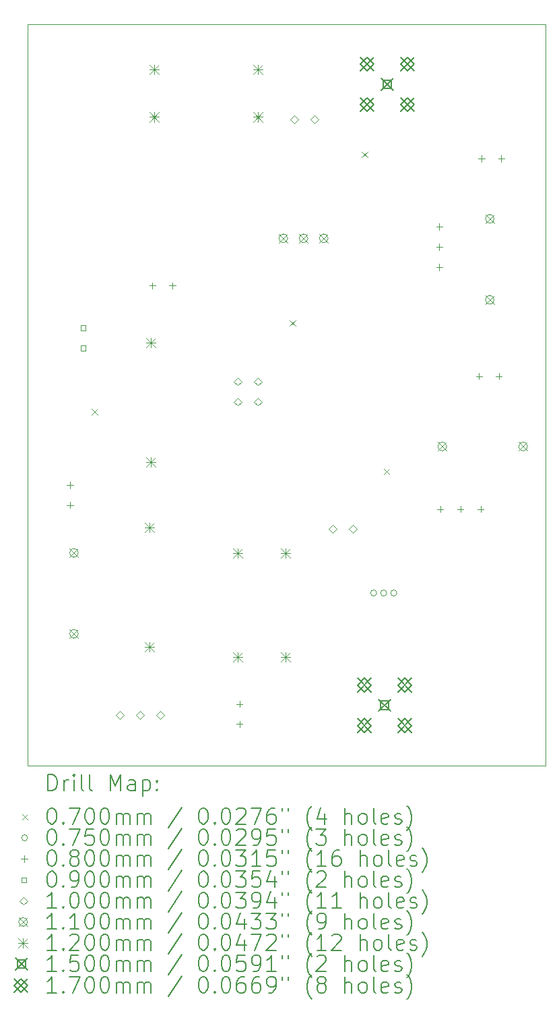
<source format=gbr>
%TF.GenerationSoftware,KiCad,Pcbnew,(6.0.7)*%
%TF.CreationDate,2023-01-12T16:48:56-05:00*%
%TF.ProjectId,Phoenix612_Stage_3_PA_Testing_v1,50686f65-6e69-4783-9631-325f53746167,rev?*%
%TF.SameCoordinates,Original*%
%TF.FileFunction,Drillmap*%
%TF.FilePolarity,Positive*%
%FSLAX45Y45*%
G04 Gerber Fmt 4.5, Leading zero omitted, Abs format (unit mm)*
G04 Created by KiCad (PCBNEW (6.0.7)) date 2023-01-12 16:48:56*
%MOMM*%
%LPD*%
G01*
G04 APERTURE LIST*
%ADD10C,0.100000*%
%ADD11C,0.200000*%
%ADD12C,0.070000*%
%ADD13C,0.075000*%
%ADD14C,0.080000*%
%ADD15C,0.090000*%
%ADD16C,0.110000*%
%ADD17C,0.120000*%
%ADD18C,0.150000*%
%ADD19C,0.170000*%
G04 APERTURE END LIST*
D10*
X14168120Y-3263900D02*
X7663180Y-3263900D01*
X7663180Y-3263900D02*
X7663180Y-12562840D01*
X7663180Y-12562840D02*
X14168120Y-12562840D01*
X14168120Y-12562840D02*
X14168120Y-3263900D01*
D11*
D12*
X8466380Y-8090460D02*
X8536380Y-8160460D01*
X8536380Y-8090460D02*
X8466380Y-8160460D01*
X10955580Y-6977940D02*
X11025580Y-7047940D01*
X11025580Y-6977940D02*
X10955580Y-7047940D01*
X11862360Y-4862120D02*
X11932360Y-4932120D01*
X11932360Y-4862120D02*
X11862360Y-4932120D01*
X12136680Y-8842300D02*
X12206680Y-8912300D01*
X12206680Y-8842300D02*
X12136680Y-8912300D01*
D13*
X12046620Y-10399200D02*
G75*
G03*
X12046620Y-10399200I-37500J0D01*
G01*
X12173620Y-10399200D02*
G75*
G03*
X12173620Y-10399200I-37500J0D01*
G01*
X12300620Y-10399200D02*
G75*
G03*
X12300620Y-10399200I-37500J0D01*
G01*
D14*
X8194040Y-9003975D02*
X8194040Y-9083975D01*
X8154040Y-9043975D02*
X8234040Y-9043975D01*
X8194040Y-9253975D02*
X8194040Y-9333975D01*
X8154040Y-9293975D02*
X8234040Y-9293975D01*
X9229395Y-6500500D02*
X9229395Y-6580500D01*
X9189395Y-6540500D02*
X9269395Y-6540500D01*
X9479395Y-6500500D02*
X9479395Y-6580500D01*
X9439395Y-6540500D02*
X9519395Y-6540500D01*
X10322560Y-11753105D02*
X10322560Y-11833105D01*
X10282560Y-11793105D02*
X10362560Y-11793105D01*
X10322560Y-12003105D02*
X10322560Y-12083105D01*
X10282560Y-12043105D02*
X10362560Y-12043105D01*
X12834620Y-5762360D02*
X12834620Y-5842360D01*
X12794620Y-5802360D02*
X12874620Y-5802360D01*
X12834620Y-6016360D02*
X12834620Y-6096360D01*
X12794620Y-6056360D02*
X12874620Y-6056360D01*
X12834620Y-6270360D02*
X12834620Y-6350360D01*
X12794620Y-6310360D02*
X12874620Y-6310360D01*
X12847320Y-9304660D02*
X12847320Y-9384660D01*
X12807320Y-9344660D02*
X12887320Y-9344660D01*
X13101320Y-9304660D02*
X13101320Y-9384660D01*
X13061320Y-9344660D02*
X13141320Y-9344660D01*
X13334035Y-7638420D02*
X13334035Y-7718420D01*
X13294035Y-7678420D02*
X13374035Y-7678420D01*
X13355320Y-9304660D02*
X13355320Y-9384660D01*
X13315320Y-9344660D02*
X13395320Y-9344660D01*
X13365480Y-4905380D02*
X13365480Y-4985380D01*
X13325480Y-4945380D02*
X13405480Y-4945380D01*
X13584035Y-7638420D02*
X13584035Y-7718420D01*
X13544035Y-7678420D02*
X13624035Y-7678420D01*
X13615480Y-4905380D02*
X13615480Y-4985380D01*
X13575480Y-4945380D02*
X13655480Y-4945380D01*
D15*
X8390960Y-7102680D02*
X8390960Y-7039040D01*
X8327320Y-7039040D01*
X8327320Y-7102680D01*
X8390960Y-7102680D01*
X8390960Y-7356680D02*
X8390960Y-7293040D01*
X8327320Y-7293040D01*
X8327320Y-7356680D01*
X8390960Y-7356680D01*
D10*
X8816340Y-11980380D02*
X8866340Y-11930380D01*
X8816340Y-11880380D01*
X8766340Y-11930380D01*
X8816340Y-11980380D01*
X9070340Y-11980380D02*
X9120340Y-11930380D01*
X9070340Y-11880380D01*
X9020340Y-11930380D01*
X9070340Y-11980380D01*
X9324340Y-11980380D02*
X9374340Y-11930380D01*
X9324340Y-11880380D01*
X9274340Y-11930380D01*
X9324340Y-11980380D01*
X10301740Y-7794960D02*
X10351740Y-7744960D01*
X10301740Y-7694960D01*
X10251740Y-7744960D01*
X10301740Y-7794960D01*
X10301740Y-8048960D02*
X10351740Y-7998960D01*
X10301740Y-7948960D01*
X10251740Y-7998960D01*
X10301740Y-8048960D01*
X10555740Y-7794960D02*
X10605740Y-7744960D01*
X10555740Y-7694960D01*
X10505740Y-7744960D01*
X10555740Y-7794960D01*
X10555740Y-8048960D02*
X10605740Y-7998960D01*
X10555740Y-7948960D01*
X10505740Y-7998960D01*
X10555740Y-8048960D01*
X11012940Y-4507700D02*
X11062940Y-4457700D01*
X11012940Y-4407700D01*
X10962940Y-4457700D01*
X11012940Y-4507700D01*
X11266940Y-4507700D02*
X11316940Y-4457700D01*
X11266940Y-4407700D01*
X11216940Y-4457700D01*
X11266940Y-4507700D01*
X11495540Y-9646120D02*
X11545540Y-9596120D01*
X11495540Y-9546120D01*
X11445540Y-9596120D01*
X11495540Y-9646120D01*
X11749540Y-9646120D02*
X11799540Y-9596120D01*
X11749540Y-9546120D01*
X11699540Y-9596120D01*
X11749540Y-9646120D01*
D16*
X8187300Y-9840840D02*
X8297300Y-9950840D01*
X8297300Y-9840840D02*
X8187300Y-9950840D01*
X8297300Y-9895840D02*
G75*
G03*
X8297300Y-9895840I-55000J0D01*
G01*
X8187300Y-10856840D02*
X8297300Y-10966840D01*
X8297300Y-10856840D02*
X8187300Y-10966840D01*
X8297300Y-10911840D02*
G75*
G03*
X8297300Y-10911840I-55000J0D01*
G01*
X10818740Y-5893680D02*
X10928740Y-6003680D01*
X10928740Y-5893680D02*
X10818740Y-6003680D01*
X10928740Y-5948680D02*
G75*
G03*
X10928740Y-5948680I-55000J0D01*
G01*
X11072740Y-5893680D02*
X11182740Y-6003680D01*
X11182740Y-5893680D02*
X11072740Y-6003680D01*
X11182740Y-5948680D02*
G75*
G03*
X11182740Y-5948680I-55000J0D01*
G01*
X11326740Y-5893680D02*
X11436740Y-6003680D01*
X11436740Y-5893680D02*
X11326740Y-6003680D01*
X11436740Y-5948680D02*
G75*
G03*
X11436740Y-5948680I-55000J0D01*
G01*
X12817720Y-8504800D02*
X12927720Y-8614800D01*
X12927720Y-8504800D02*
X12817720Y-8614800D01*
X12927720Y-8559800D02*
G75*
G03*
X12927720Y-8559800I-55000J0D01*
G01*
X13414620Y-5647300D02*
X13524620Y-5757300D01*
X13524620Y-5647300D02*
X13414620Y-5757300D01*
X13524620Y-5702300D02*
G75*
G03*
X13524620Y-5702300I-55000J0D01*
G01*
X13414620Y-6663300D02*
X13524620Y-6773300D01*
X13524620Y-6663300D02*
X13414620Y-6773300D01*
X13524620Y-6718300D02*
G75*
G03*
X13524620Y-6718300I-55000J0D01*
G01*
X13833720Y-8504800D02*
X13943720Y-8614800D01*
X13943720Y-8504800D02*
X13833720Y-8614800D01*
X13943720Y-8559800D02*
G75*
G03*
X13943720Y-8559800I-55000J0D01*
G01*
D17*
X9132260Y-9515800D02*
X9252260Y-9635800D01*
X9252260Y-9515800D02*
X9132260Y-9635800D01*
X9192260Y-9515800D02*
X9192260Y-9635800D01*
X9132260Y-9575800D02*
X9252260Y-9575800D01*
X9132260Y-11015800D02*
X9252260Y-11135800D01*
X9252260Y-11015800D02*
X9132260Y-11135800D01*
X9192260Y-11015800D02*
X9192260Y-11135800D01*
X9132260Y-11075800D02*
X9252260Y-11075800D01*
X9147500Y-7196080D02*
X9267500Y-7316080D01*
X9267500Y-7196080D02*
X9147500Y-7316080D01*
X9207500Y-7196080D02*
X9207500Y-7316080D01*
X9147500Y-7256080D02*
X9267500Y-7256080D01*
X9147500Y-8696080D02*
X9267500Y-8816080D01*
X9267500Y-8696080D02*
X9147500Y-8816080D01*
X9207500Y-8696080D02*
X9207500Y-8816080D01*
X9147500Y-8756080D02*
X9267500Y-8756080D01*
X9193460Y-3764960D02*
X9313460Y-3884960D01*
X9313460Y-3764960D02*
X9193460Y-3884960D01*
X9253460Y-3764960D02*
X9253460Y-3884960D01*
X9193460Y-3824960D02*
X9313460Y-3824960D01*
X9193460Y-4364960D02*
X9313460Y-4484960D01*
X9313460Y-4364960D02*
X9193460Y-4484960D01*
X9253460Y-4364960D02*
X9253460Y-4484960D01*
X9193460Y-4424960D02*
X9313460Y-4424960D01*
X10244500Y-9841160D02*
X10364500Y-9961160D01*
X10364500Y-9841160D02*
X10244500Y-9961160D01*
X10304500Y-9841160D02*
X10304500Y-9961160D01*
X10244500Y-9901160D02*
X10364500Y-9901160D01*
X10244500Y-11141160D02*
X10364500Y-11261160D01*
X10364500Y-11141160D02*
X10244500Y-11261160D01*
X10304500Y-11141160D02*
X10304500Y-11261160D01*
X10244500Y-11201160D02*
X10364500Y-11201160D01*
X10493460Y-3764960D02*
X10613460Y-3884960D01*
X10613460Y-3764960D02*
X10493460Y-3884960D01*
X10553460Y-3764960D02*
X10553460Y-3884960D01*
X10493460Y-3824960D02*
X10613460Y-3824960D01*
X10493460Y-4364960D02*
X10613460Y-4484960D01*
X10613460Y-4364960D02*
X10493460Y-4484960D01*
X10553460Y-4364960D02*
X10553460Y-4484960D01*
X10493460Y-4424960D02*
X10613460Y-4424960D01*
X10844500Y-9841160D02*
X10964500Y-9961160D01*
X10964500Y-9841160D02*
X10844500Y-9961160D01*
X10904500Y-9841160D02*
X10904500Y-9961160D01*
X10844500Y-9901160D02*
X10964500Y-9901160D01*
X10844500Y-11141160D02*
X10964500Y-11261160D01*
X10964500Y-11141160D02*
X10844500Y-11261160D01*
X10904500Y-11141160D02*
X10904500Y-11261160D01*
X10844500Y-11201160D02*
X10964500Y-11201160D01*
D18*
X12071280Y-11733460D02*
X12221280Y-11883460D01*
X12221280Y-11733460D02*
X12071280Y-11883460D01*
X12199313Y-11861493D02*
X12199313Y-11755426D01*
X12093246Y-11755426D01*
X12093246Y-11861493D01*
X12199313Y-11861493D01*
X12104300Y-3938200D02*
X12254300Y-4088200D01*
X12254300Y-3938200D02*
X12104300Y-4088200D01*
X12232333Y-4066233D02*
X12232333Y-3960166D01*
X12126266Y-3960166D01*
X12126266Y-4066233D01*
X12232333Y-4066233D01*
D19*
X11807280Y-11469460D02*
X11977280Y-11639460D01*
X11977280Y-11469460D02*
X11807280Y-11639460D01*
X11892280Y-11639460D02*
X11977280Y-11554460D01*
X11892280Y-11469460D01*
X11807280Y-11554460D01*
X11892280Y-11639460D01*
X11807280Y-11977460D02*
X11977280Y-12147460D01*
X11977280Y-11977460D02*
X11807280Y-12147460D01*
X11892280Y-12147460D02*
X11977280Y-12062460D01*
X11892280Y-11977460D01*
X11807280Y-12062460D01*
X11892280Y-12147460D01*
X11840300Y-3674200D02*
X12010300Y-3844200D01*
X12010300Y-3674200D02*
X11840300Y-3844200D01*
X11925300Y-3844200D02*
X12010300Y-3759200D01*
X11925300Y-3674200D01*
X11840300Y-3759200D01*
X11925300Y-3844200D01*
X11840300Y-4182200D02*
X12010300Y-4352200D01*
X12010300Y-4182200D02*
X11840300Y-4352200D01*
X11925300Y-4352200D02*
X12010300Y-4267200D01*
X11925300Y-4182200D01*
X11840300Y-4267200D01*
X11925300Y-4352200D01*
X12315280Y-11469460D02*
X12485280Y-11639460D01*
X12485280Y-11469460D02*
X12315280Y-11639460D01*
X12400280Y-11639460D02*
X12485280Y-11554460D01*
X12400280Y-11469460D01*
X12315280Y-11554460D01*
X12400280Y-11639460D01*
X12315280Y-11977460D02*
X12485280Y-12147460D01*
X12485280Y-11977460D02*
X12315280Y-12147460D01*
X12400280Y-12147460D02*
X12485280Y-12062460D01*
X12400280Y-11977460D01*
X12315280Y-12062460D01*
X12400280Y-12147460D01*
X12348300Y-3674200D02*
X12518300Y-3844200D01*
X12518300Y-3674200D02*
X12348300Y-3844200D01*
X12433300Y-3844200D02*
X12518300Y-3759200D01*
X12433300Y-3674200D01*
X12348300Y-3759200D01*
X12433300Y-3844200D01*
X12348300Y-4182200D02*
X12518300Y-4352200D01*
X12518300Y-4182200D02*
X12348300Y-4352200D01*
X12433300Y-4352200D02*
X12518300Y-4267200D01*
X12433300Y-4182200D01*
X12348300Y-4267200D01*
X12433300Y-4352200D01*
D11*
X7915799Y-12878316D02*
X7915799Y-12678316D01*
X7963418Y-12678316D01*
X7991989Y-12687840D01*
X8011037Y-12706888D01*
X8020561Y-12725935D01*
X8030085Y-12764030D01*
X8030085Y-12792602D01*
X8020561Y-12830697D01*
X8011037Y-12849745D01*
X7991989Y-12868792D01*
X7963418Y-12878316D01*
X7915799Y-12878316D01*
X8115799Y-12878316D02*
X8115799Y-12744983D01*
X8115799Y-12783078D02*
X8125323Y-12764030D01*
X8134847Y-12754507D01*
X8153894Y-12744983D01*
X8172942Y-12744983D01*
X8239608Y-12878316D02*
X8239608Y-12744983D01*
X8239608Y-12678316D02*
X8230085Y-12687840D01*
X8239608Y-12697364D01*
X8249132Y-12687840D01*
X8239608Y-12678316D01*
X8239608Y-12697364D01*
X8363418Y-12878316D02*
X8344370Y-12868792D01*
X8334847Y-12849745D01*
X8334847Y-12678316D01*
X8468180Y-12878316D02*
X8449132Y-12868792D01*
X8439609Y-12849745D01*
X8439609Y-12678316D01*
X8696751Y-12878316D02*
X8696751Y-12678316D01*
X8763418Y-12821173D01*
X8830085Y-12678316D01*
X8830085Y-12878316D01*
X9011037Y-12878316D02*
X9011037Y-12773554D01*
X9001513Y-12754507D01*
X8982466Y-12744983D01*
X8944370Y-12744983D01*
X8925323Y-12754507D01*
X9011037Y-12868792D02*
X8991990Y-12878316D01*
X8944370Y-12878316D01*
X8925323Y-12868792D01*
X8915799Y-12849745D01*
X8915799Y-12830697D01*
X8925323Y-12811649D01*
X8944370Y-12802126D01*
X8991990Y-12802126D01*
X9011037Y-12792602D01*
X9106275Y-12744983D02*
X9106275Y-12944983D01*
X9106275Y-12754507D02*
X9125323Y-12744983D01*
X9163418Y-12744983D01*
X9182466Y-12754507D01*
X9191990Y-12764030D01*
X9201513Y-12783078D01*
X9201513Y-12840221D01*
X9191990Y-12859268D01*
X9182466Y-12868792D01*
X9163418Y-12878316D01*
X9125323Y-12878316D01*
X9106275Y-12868792D01*
X9287228Y-12859268D02*
X9296751Y-12868792D01*
X9287228Y-12878316D01*
X9277704Y-12868792D01*
X9287228Y-12859268D01*
X9287228Y-12878316D01*
X9287228Y-12754507D02*
X9296751Y-12764030D01*
X9287228Y-12773554D01*
X9277704Y-12764030D01*
X9287228Y-12754507D01*
X9287228Y-12773554D01*
D12*
X7588180Y-13172840D02*
X7658180Y-13242840D01*
X7658180Y-13172840D02*
X7588180Y-13242840D01*
D11*
X7953894Y-13098316D02*
X7972942Y-13098316D01*
X7991989Y-13107840D01*
X8001513Y-13117364D01*
X8011037Y-13136411D01*
X8020561Y-13174507D01*
X8020561Y-13222126D01*
X8011037Y-13260221D01*
X8001513Y-13279268D01*
X7991989Y-13288792D01*
X7972942Y-13298316D01*
X7953894Y-13298316D01*
X7934847Y-13288792D01*
X7925323Y-13279268D01*
X7915799Y-13260221D01*
X7906275Y-13222126D01*
X7906275Y-13174507D01*
X7915799Y-13136411D01*
X7925323Y-13117364D01*
X7934847Y-13107840D01*
X7953894Y-13098316D01*
X8106275Y-13279268D02*
X8115799Y-13288792D01*
X8106275Y-13298316D01*
X8096751Y-13288792D01*
X8106275Y-13279268D01*
X8106275Y-13298316D01*
X8182466Y-13098316D02*
X8315799Y-13098316D01*
X8230085Y-13298316D01*
X8430085Y-13098316D02*
X8449132Y-13098316D01*
X8468180Y-13107840D01*
X8477704Y-13117364D01*
X8487228Y-13136411D01*
X8496751Y-13174507D01*
X8496751Y-13222126D01*
X8487228Y-13260221D01*
X8477704Y-13279268D01*
X8468180Y-13288792D01*
X8449132Y-13298316D01*
X8430085Y-13298316D01*
X8411037Y-13288792D01*
X8401513Y-13279268D01*
X8391990Y-13260221D01*
X8382466Y-13222126D01*
X8382466Y-13174507D01*
X8391990Y-13136411D01*
X8401513Y-13117364D01*
X8411037Y-13107840D01*
X8430085Y-13098316D01*
X8620561Y-13098316D02*
X8639609Y-13098316D01*
X8658656Y-13107840D01*
X8668180Y-13117364D01*
X8677704Y-13136411D01*
X8687228Y-13174507D01*
X8687228Y-13222126D01*
X8677704Y-13260221D01*
X8668180Y-13279268D01*
X8658656Y-13288792D01*
X8639609Y-13298316D01*
X8620561Y-13298316D01*
X8601513Y-13288792D01*
X8591990Y-13279268D01*
X8582466Y-13260221D01*
X8572942Y-13222126D01*
X8572942Y-13174507D01*
X8582466Y-13136411D01*
X8591990Y-13117364D01*
X8601513Y-13107840D01*
X8620561Y-13098316D01*
X8772942Y-13298316D02*
X8772942Y-13164983D01*
X8772942Y-13184030D02*
X8782466Y-13174507D01*
X8801513Y-13164983D01*
X8830085Y-13164983D01*
X8849132Y-13174507D01*
X8858656Y-13193554D01*
X8858656Y-13298316D01*
X8858656Y-13193554D02*
X8868180Y-13174507D01*
X8887228Y-13164983D01*
X8915799Y-13164983D01*
X8934847Y-13174507D01*
X8944370Y-13193554D01*
X8944370Y-13298316D01*
X9039609Y-13298316D02*
X9039609Y-13164983D01*
X9039609Y-13184030D02*
X9049132Y-13174507D01*
X9068180Y-13164983D01*
X9096751Y-13164983D01*
X9115799Y-13174507D01*
X9125323Y-13193554D01*
X9125323Y-13298316D01*
X9125323Y-13193554D02*
X9134847Y-13174507D01*
X9153894Y-13164983D01*
X9182466Y-13164983D01*
X9201513Y-13174507D01*
X9211037Y-13193554D01*
X9211037Y-13298316D01*
X9601513Y-13088792D02*
X9430085Y-13345935D01*
X9858656Y-13098316D02*
X9877704Y-13098316D01*
X9896751Y-13107840D01*
X9906275Y-13117364D01*
X9915799Y-13136411D01*
X9925323Y-13174507D01*
X9925323Y-13222126D01*
X9915799Y-13260221D01*
X9906275Y-13279268D01*
X9896751Y-13288792D01*
X9877704Y-13298316D01*
X9858656Y-13298316D01*
X9839609Y-13288792D01*
X9830085Y-13279268D01*
X9820561Y-13260221D01*
X9811037Y-13222126D01*
X9811037Y-13174507D01*
X9820561Y-13136411D01*
X9830085Y-13117364D01*
X9839609Y-13107840D01*
X9858656Y-13098316D01*
X10011037Y-13279268D02*
X10020561Y-13288792D01*
X10011037Y-13298316D01*
X10001513Y-13288792D01*
X10011037Y-13279268D01*
X10011037Y-13298316D01*
X10144370Y-13098316D02*
X10163418Y-13098316D01*
X10182466Y-13107840D01*
X10191990Y-13117364D01*
X10201513Y-13136411D01*
X10211037Y-13174507D01*
X10211037Y-13222126D01*
X10201513Y-13260221D01*
X10191990Y-13279268D01*
X10182466Y-13288792D01*
X10163418Y-13298316D01*
X10144370Y-13298316D01*
X10125323Y-13288792D01*
X10115799Y-13279268D01*
X10106275Y-13260221D01*
X10096751Y-13222126D01*
X10096751Y-13174507D01*
X10106275Y-13136411D01*
X10115799Y-13117364D01*
X10125323Y-13107840D01*
X10144370Y-13098316D01*
X10287228Y-13117364D02*
X10296751Y-13107840D01*
X10315799Y-13098316D01*
X10363418Y-13098316D01*
X10382466Y-13107840D01*
X10391990Y-13117364D01*
X10401513Y-13136411D01*
X10401513Y-13155459D01*
X10391990Y-13184030D01*
X10277704Y-13298316D01*
X10401513Y-13298316D01*
X10468180Y-13098316D02*
X10601513Y-13098316D01*
X10515799Y-13298316D01*
X10763418Y-13098316D02*
X10725323Y-13098316D01*
X10706275Y-13107840D01*
X10696751Y-13117364D01*
X10677704Y-13145935D01*
X10668180Y-13184030D01*
X10668180Y-13260221D01*
X10677704Y-13279268D01*
X10687228Y-13288792D01*
X10706275Y-13298316D01*
X10744370Y-13298316D01*
X10763418Y-13288792D01*
X10772942Y-13279268D01*
X10782466Y-13260221D01*
X10782466Y-13212602D01*
X10772942Y-13193554D01*
X10763418Y-13184030D01*
X10744370Y-13174507D01*
X10706275Y-13174507D01*
X10687228Y-13184030D01*
X10677704Y-13193554D01*
X10668180Y-13212602D01*
X10858656Y-13098316D02*
X10858656Y-13136411D01*
X10934847Y-13098316D02*
X10934847Y-13136411D01*
X11230085Y-13374507D02*
X11220561Y-13364983D01*
X11201513Y-13336411D01*
X11191989Y-13317364D01*
X11182466Y-13288792D01*
X11172942Y-13241173D01*
X11172942Y-13203078D01*
X11182466Y-13155459D01*
X11191989Y-13126888D01*
X11201513Y-13107840D01*
X11220561Y-13079268D01*
X11230085Y-13069745D01*
X11391989Y-13164983D02*
X11391989Y-13298316D01*
X11344370Y-13088792D02*
X11296751Y-13231649D01*
X11420561Y-13231649D01*
X11649132Y-13298316D02*
X11649132Y-13098316D01*
X11734847Y-13298316D02*
X11734847Y-13193554D01*
X11725323Y-13174507D01*
X11706275Y-13164983D01*
X11677704Y-13164983D01*
X11658656Y-13174507D01*
X11649132Y-13184030D01*
X11858656Y-13298316D02*
X11839608Y-13288792D01*
X11830085Y-13279268D01*
X11820561Y-13260221D01*
X11820561Y-13203078D01*
X11830085Y-13184030D01*
X11839608Y-13174507D01*
X11858656Y-13164983D01*
X11887228Y-13164983D01*
X11906275Y-13174507D01*
X11915799Y-13184030D01*
X11925323Y-13203078D01*
X11925323Y-13260221D01*
X11915799Y-13279268D01*
X11906275Y-13288792D01*
X11887228Y-13298316D01*
X11858656Y-13298316D01*
X12039608Y-13298316D02*
X12020561Y-13288792D01*
X12011037Y-13269745D01*
X12011037Y-13098316D01*
X12191989Y-13288792D02*
X12172942Y-13298316D01*
X12134847Y-13298316D01*
X12115799Y-13288792D01*
X12106275Y-13269745D01*
X12106275Y-13193554D01*
X12115799Y-13174507D01*
X12134847Y-13164983D01*
X12172942Y-13164983D01*
X12191989Y-13174507D01*
X12201513Y-13193554D01*
X12201513Y-13212602D01*
X12106275Y-13231649D01*
X12277704Y-13288792D02*
X12296751Y-13298316D01*
X12334847Y-13298316D01*
X12353894Y-13288792D01*
X12363418Y-13269745D01*
X12363418Y-13260221D01*
X12353894Y-13241173D01*
X12334847Y-13231649D01*
X12306275Y-13231649D01*
X12287228Y-13222126D01*
X12277704Y-13203078D01*
X12277704Y-13193554D01*
X12287228Y-13174507D01*
X12306275Y-13164983D01*
X12334847Y-13164983D01*
X12353894Y-13174507D01*
X12430085Y-13374507D02*
X12439608Y-13364983D01*
X12458656Y-13336411D01*
X12468180Y-13317364D01*
X12477704Y-13288792D01*
X12487228Y-13241173D01*
X12487228Y-13203078D01*
X12477704Y-13155459D01*
X12468180Y-13126888D01*
X12458656Y-13107840D01*
X12439608Y-13079268D01*
X12430085Y-13069745D01*
D13*
X7658180Y-13471840D02*
G75*
G03*
X7658180Y-13471840I-37500J0D01*
G01*
D11*
X7953894Y-13362316D02*
X7972942Y-13362316D01*
X7991989Y-13371840D01*
X8001513Y-13381364D01*
X8011037Y-13400411D01*
X8020561Y-13438507D01*
X8020561Y-13486126D01*
X8011037Y-13524221D01*
X8001513Y-13543268D01*
X7991989Y-13552792D01*
X7972942Y-13562316D01*
X7953894Y-13562316D01*
X7934847Y-13552792D01*
X7925323Y-13543268D01*
X7915799Y-13524221D01*
X7906275Y-13486126D01*
X7906275Y-13438507D01*
X7915799Y-13400411D01*
X7925323Y-13381364D01*
X7934847Y-13371840D01*
X7953894Y-13362316D01*
X8106275Y-13543268D02*
X8115799Y-13552792D01*
X8106275Y-13562316D01*
X8096751Y-13552792D01*
X8106275Y-13543268D01*
X8106275Y-13562316D01*
X8182466Y-13362316D02*
X8315799Y-13362316D01*
X8230085Y-13562316D01*
X8487228Y-13362316D02*
X8391990Y-13362316D01*
X8382466Y-13457554D01*
X8391990Y-13448030D01*
X8411037Y-13438507D01*
X8458656Y-13438507D01*
X8477704Y-13448030D01*
X8487228Y-13457554D01*
X8496751Y-13476602D01*
X8496751Y-13524221D01*
X8487228Y-13543268D01*
X8477704Y-13552792D01*
X8458656Y-13562316D01*
X8411037Y-13562316D01*
X8391990Y-13552792D01*
X8382466Y-13543268D01*
X8620561Y-13362316D02*
X8639609Y-13362316D01*
X8658656Y-13371840D01*
X8668180Y-13381364D01*
X8677704Y-13400411D01*
X8687228Y-13438507D01*
X8687228Y-13486126D01*
X8677704Y-13524221D01*
X8668180Y-13543268D01*
X8658656Y-13552792D01*
X8639609Y-13562316D01*
X8620561Y-13562316D01*
X8601513Y-13552792D01*
X8591990Y-13543268D01*
X8582466Y-13524221D01*
X8572942Y-13486126D01*
X8572942Y-13438507D01*
X8582466Y-13400411D01*
X8591990Y-13381364D01*
X8601513Y-13371840D01*
X8620561Y-13362316D01*
X8772942Y-13562316D02*
X8772942Y-13428983D01*
X8772942Y-13448030D02*
X8782466Y-13438507D01*
X8801513Y-13428983D01*
X8830085Y-13428983D01*
X8849132Y-13438507D01*
X8858656Y-13457554D01*
X8858656Y-13562316D01*
X8858656Y-13457554D02*
X8868180Y-13438507D01*
X8887228Y-13428983D01*
X8915799Y-13428983D01*
X8934847Y-13438507D01*
X8944370Y-13457554D01*
X8944370Y-13562316D01*
X9039609Y-13562316D02*
X9039609Y-13428983D01*
X9039609Y-13448030D02*
X9049132Y-13438507D01*
X9068180Y-13428983D01*
X9096751Y-13428983D01*
X9115799Y-13438507D01*
X9125323Y-13457554D01*
X9125323Y-13562316D01*
X9125323Y-13457554D02*
X9134847Y-13438507D01*
X9153894Y-13428983D01*
X9182466Y-13428983D01*
X9201513Y-13438507D01*
X9211037Y-13457554D01*
X9211037Y-13562316D01*
X9601513Y-13352792D02*
X9430085Y-13609935D01*
X9858656Y-13362316D02*
X9877704Y-13362316D01*
X9896751Y-13371840D01*
X9906275Y-13381364D01*
X9915799Y-13400411D01*
X9925323Y-13438507D01*
X9925323Y-13486126D01*
X9915799Y-13524221D01*
X9906275Y-13543268D01*
X9896751Y-13552792D01*
X9877704Y-13562316D01*
X9858656Y-13562316D01*
X9839609Y-13552792D01*
X9830085Y-13543268D01*
X9820561Y-13524221D01*
X9811037Y-13486126D01*
X9811037Y-13438507D01*
X9820561Y-13400411D01*
X9830085Y-13381364D01*
X9839609Y-13371840D01*
X9858656Y-13362316D01*
X10011037Y-13543268D02*
X10020561Y-13552792D01*
X10011037Y-13562316D01*
X10001513Y-13552792D01*
X10011037Y-13543268D01*
X10011037Y-13562316D01*
X10144370Y-13362316D02*
X10163418Y-13362316D01*
X10182466Y-13371840D01*
X10191990Y-13381364D01*
X10201513Y-13400411D01*
X10211037Y-13438507D01*
X10211037Y-13486126D01*
X10201513Y-13524221D01*
X10191990Y-13543268D01*
X10182466Y-13552792D01*
X10163418Y-13562316D01*
X10144370Y-13562316D01*
X10125323Y-13552792D01*
X10115799Y-13543268D01*
X10106275Y-13524221D01*
X10096751Y-13486126D01*
X10096751Y-13438507D01*
X10106275Y-13400411D01*
X10115799Y-13381364D01*
X10125323Y-13371840D01*
X10144370Y-13362316D01*
X10287228Y-13381364D02*
X10296751Y-13371840D01*
X10315799Y-13362316D01*
X10363418Y-13362316D01*
X10382466Y-13371840D01*
X10391990Y-13381364D01*
X10401513Y-13400411D01*
X10401513Y-13419459D01*
X10391990Y-13448030D01*
X10277704Y-13562316D01*
X10401513Y-13562316D01*
X10496751Y-13562316D02*
X10534847Y-13562316D01*
X10553894Y-13552792D01*
X10563418Y-13543268D01*
X10582466Y-13514697D01*
X10591990Y-13476602D01*
X10591990Y-13400411D01*
X10582466Y-13381364D01*
X10572942Y-13371840D01*
X10553894Y-13362316D01*
X10515799Y-13362316D01*
X10496751Y-13371840D01*
X10487228Y-13381364D01*
X10477704Y-13400411D01*
X10477704Y-13448030D01*
X10487228Y-13467078D01*
X10496751Y-13476602D01*
X10515799Y-13486126D01*
X10553894Y-13486126D01*
X10572942Y-13476602D01*
X10582466Y-13467078D01*
X10591990Y-13448030D01*
X10772942Y-13362316D02*
X10677704Y-13362316D01*
X10668180Y-13457554D01*
X10677704Y-13448030D01*
X10696751Y-13438507D01*
X10744370Y-13438507D01*
X10763418Y-13448030D01*
X10772942Y-13457554D01*
X10782466Y-13476602D01*
X10782466Y-13524221D01*
X10772942Y-13543268D01*
X10763418Y-13552792D01*
X10744370Y-13562316D01*
X10696751Y-13562316D01*
X10677704Y-13552792D01*
X10668180Y-13543268D01*
X10858656Y-13362316D02*
X10858656Y-13400411D01*
X10934847Y-13362316D02*
X10934847Y-13400411D01*
X11230085Y-13638507D02*
X11220561Y-13628983D01*
X11201513Y-13600411D01*
X11191989Y-13581364D01*
X11182466Y-13552792D01*
X11172942Y-13505173D01*
X11172942Y-13467078D01*
X11182466Y-13419459D01*
X11191989Y-13390888D01*
X11201513Y-13371840D01*
X11220561Y-13343268D01*
X11230085Y-13333745D01*
X11287228Y-13362316D02*
X11411037Y-13362316D01*
X11344370Y-13438507D01*
X11372942Y-13438507D01*
X11391989Y-13448030D01*
X11401513Y-13457554D01*
X11411037Y-13476602D01*
X11411037Y-13524221D01*
X11401513Y-13543268D01*
X11391989Y-13552792D01*
X11372942Y-13562316D01*
X11315799Y-13562316D01*
X11296751Y-13552792D01*
X11287228Y-13543268D01*
X11649132Y-13562316D02*
X11649132Y-13362316D01*
X11734847Y-13562316D02*
X11734847Y-13457554D01*
X11725323Y-13438507D01*
X11706275Y-13428983D01*
X11677704Y-13428983D01*
X11658656Y-13438507D01*
X11649132Y-13448030D01*
X11858656Y-13562316D02*
X11839608Y-13552792D01*
X11830085Y-13543268D01*
X11820561Y-13524221D01*
X11820561Y-13467078D01*
X11830085Y-13448030D01*
X11839608Y-13438507D01*
X11858656Y-13428983D01*
X11887228Y-13428983D01*
X11906275Y-13438507D01*
X11915799Y-13448030D01*
X11925323Y-13467078D01*
X11925323Y-13524221D01*
X11915799Y-13543268D01*
X11906275Y-13552792D01*
X11887228Y-13562316D01*
X11858656Y-13562316D01*
X12039608Y-13562316D02*
X12020561Y-13552792D01*
X12011037Y-13533745D01*
X12011037Y-13362316D01*
X12191989Y-13552792D02*
X12172942Y-13562316D01*
X12134847Y-13562316D01*
X12115799Y-13552792D01*
X12106275Y-13533745D01*
X12106275Y-13457554D01*
X12115799Y-13438507D01*
X12134847Y-13428983D01*
X12172942Y-13428983D01*
X12191989Y-13438507D01*
X12201513Y-13457554D01*
X12201513Y-13476602D01*
X12106275Y-13495649D01*
X12277704Y-13552792D02*
X12296751Y-13562316D01*
X12334847Y-13562316D01*
X12353894Y-13552792D01*
X12363418Y-13533745D01*
X12363418Y-13524221D01*
X12353894Y-13505173D01*
X12334847Y-13495649D01*
X12306275Y-13495649D01*
X12287228Y-13486126D01*
X12277704Y-13467078D01*
X12277704Y-13457554D01*
X12287228Y-13438507D01*
X12306275Y-13428983D01*
X12334847Y-13428983D01*
X12353894Y-13438507D01*
X12430085Y-13638507D02*
X12439608Y-13628983D01*
X12458656Y-13600411D01*
X12468180Y-13581364D01*
X12477704Y-13552792D01*
X12487228Y-13505173D01*
X12487228Y-13467078D01*
X12477704Y-13419459D01*
X12468180Y-13390888D01*
X12458656Y-13371840D01*
X12439608Y-13343268D01*
X12430085Y-13333745D01*
D14*
X7618180Y-13695840D02*
X7618180Y-13775840D01*
X7578180Y-13735840D02*
X7658180Y-13735840D01*
D11*
X7953894Y-13626316D02*
X7972942Y-13626316D01*
X7991989Y-13635840D01*
X8001513Y-13645364D01*
X8011037Y-13664411D01*
X8020561Y-13702507D01*
X8020561Y-13750126D01*
X8011037Y-13788221D01*
X8001513Y-13807268D01*
X7991989Y-13816792D01*
X7972942Y-13826316D01*
X7953894Y-13826316D01*
X7934847Y-13816792D01*
X7925323Y-13807268D01*
X7915799Y-13788221D01*
X7906275Y-13750126D01*
X7906275Y-13702507D01*
X7915799Y-13664411D01*
X7925323Y-13645364D01*
X7934847Y-13635840D01*
X7953894Y-13626316D01*
X8106275Y-13807268D02*
X8115799Y-13816792D01*
X8106275Y-13826316D01*
X8096751Y-13816792D01*
X8106275Y-13807268D01*
X8106275Y-13826316D01*
X8230085Y-13712030D02*
X8211037Y-13702507D01*
X8201513Y-13692983D01*
X8191989Y-13673935D01*
X8191989Y-13664411D01*
X8201513Y-13645364D01*
X8211037Y-13635840D01*
X8230085Y-13626316D01*
X8268180Y-13626316D01*
X8287228Y-13635840D01*
X8296751Y-13645364D01*
X8306275Y-13664411D01*
X8306275Y-13673935D01*
X8296751Y-13692983D01*
X8287228Y-13702507D01*
X8268180Y-13712030D01*
X8230085Y-13712030D01*
X8211037Y-13721554D01*
X8201513Y-13731078D01*
X8191989Y-13750126D01*
X8191989Y-13788221D01*
X8201513Y-13807268D01*
X8211037Y-13816792D01*
X8230085Y-13826316D01*
X8268180Y-13826316D01*
X8287228Y-13816792D01*
X8296751Y-13807268D01*
X8306275Y-13788221D01*
X8306275Y-13750126D01*
X8296751Y-13731078D01*
X8287228Y-13721554D01*
X8268180Y-13712030D01*
X8430085Y-13626316D02*
X8449132Y-13626316D01*
X8468180Y-13635840D01*
X8477704Y-13645364D01*
X8487228Y-13664411D01*
X8496751Y-13702507D01*
X8496751Y-13750126D01*
X8487228Y-13788221D01*
X8477704Y-13807268D01*
X8468180Y-13816792D01*
X8449132Y-13826316D01*
X8430085Y-13826316D01*
X8411037Y-13816792D01*
X8401513Y-13807268D01*
X8391990Y-13788221D01*
X8382466Y-13750126D01*
X8382466Y-13702507D01*
X8391990Y-13664411D01*
X8401513Y-13645364D01*
X8411037Y-13635840D01*
X8430085Y-13626316D01*
X8620561Y-13626316D02*
X8639609Y-13626316D01*
X8658656Y-13635840D01*
X8668180Y-13645364D01*
X8677704Y-13664411D01*
X8687228Y-13702507D01*
X8687228Y-13750126D01*
X8677704Y-13788221D01*
X8668180Y-13807268D01*
X8658656Y-13816792D01*
X8639609Y-13826316D01*
X8620561Y-13826316D01*
X8601513Y-13816792D01*
X8591990Y-13807268D01*
X8582466Y-13788221D01*
X8572942Y-13750126D01*
X8572942Y-13702507D01*
X8582466Y-13664411D01*
X8591990Y-13645364D01*
X8601513Y-13635840D01*
X8620561Y-13626316D01*
X8772942Y-13826316D02*
X8772942Y-13692983D01*
X8772942Y-13712030D02*
X8782466Y-13702507D01*
X8801513Y-13692983D01*
X8830085Y-13692983D01*
X8849132Y-13702507D01*
X8858656Y-13721554D01*
X8858656Y-13826316D01*
X8858656Y-13721554D02*
X8868180Y-13702507D01*
X8887228Y-13692983D01*
X8915799Y-13692983D01*
X8934847Y-13702507D01*
X8944370Y-13721554D01*
X8944370Y-13826316D01*
X9039609Y-13826316D02*
X9039609Y-13692983D01*
X9039609Y-13712030D02*
X9049132Y-13702507D01*
X9068180Y-13692983D01*
X9096751Y-13692983D01*
X9115799Y-13702507D01*
X9125323Y-13721554D01*
X9125323Y-13826316D01*
X9125323Y-13721554D02*
X9134847Y-13702507D01*
X9153894Y-13692983D01*
X9182466Y-13692983D01*
X9201513Y-13702507D01*
X9211037Y-13721554D01*
X9211037Y-13826316D01*
X9601513Y-13616792D02*
X9430085Y-13873935D01*
X9858656Y-13626316D02*
X9877704Y-13626316D01*
X9896751Y-13635840D01*
X9906275Y-13645364D01*
X9915799Y-13664411D01*
X9925323Y-13702507D01*
X9925323Y-13750126D01*
X9915799Y-13788221D01*
X9906275Y-13807268D01*
X9896751Y-13816792D01*
X9877704Y-13826316D01*
X9858656Y-13826316D01*
X9839609Y-13816792D01*
X9830085Y-13807268D01*
X9820561Y-13788221D01*
X9811037Y-13750126D01*
X9811037Y-13702507D01*
X9820561Y-13664411D01*
X9830085Y-13645364D01*
X9839609Y-13635840D01*
X9858656Y-13626316D01*
X10011037Y-13807268D02*
X10020561Y-13816792D01*
X10011037Y-13826316D01*
X10001513Y-13816792D01*
X10011037Y-13807268D01*
X10011037Y-13826316D01*
X10144370Y-13626316D02*
X10163418Y-13626316D01*
X10182466Y-13635840D01*
X10191990Y-13645364D01*
X10201513Y-13664411D01*
X10211037Y-13702507D01*
X10211037Y-13750126D01*
X10201513Y-13788221D01*
X10191990Y-13807268D01*
X10182466Y-13816792D01*
X10163418Y-13826316D01*
X10144370Y-13826316D01*
X10125323Y-13816792D01*
X10115799Y-13807268D01*
X10106275Y-13788221D01*
X10096751Y-13750126D01*
X10096751Y-13702507D01*
X10106275Y-13664411D01*
X10115799Y-13645364D01*
X10125323Y-13635840D01*
X10144370Y-13626316D01*
X10277704Y-13626316D02*
X10401513Y-13626316D01*
X10334847Y-13702507D01*
X10363418Y-13702507D01*
X10382466Y-13712030D01*
X10391990Y-13721554D01*
X10401513Y-13740602D01*
X10401513Y-13788221D01*
X10391990Y-13807268D01*
X10382466Y-13816792D01*
X10363418Y-13826316D01*
X10306275Y-13826316D01*
X10287228Y-13816792D01*
X10277704Y-13807268D01*
X10591990Y-13826316D02*
X10477704Y-13826316D01*
X10534847Y-13826316D02*
X10534847Y-13626316D01*
X10515799Y-13654888D01*
X10496751Y-13673935D01*
X10477704Y-13683459D01*
X10772942Y-13626316D02*
X10677704Y-13626316D01*
X10668180Y-13721554D01*
X10677704Y-13712030D01*
X10696751Y-13702507D01*
X10744370Y-13702507D01*
X10763418Y-13712030D01*
X10772942Y-13721554D01*
X10782466Y-13740602D01*
X10782466Y-13788221D01*
X10772942Y-13807268D01*
X10763418Y-13816792D01*
X10744370Y-13826316D01*
X10696751Y-13826316D01*
X10677704Y-13816792D01*
X10668180Y-13807268D01*
X10858656Y-13626316D02*
X10858656Y-13664411D01*
X10934847Y-13626316D02*
X10934847Y-13664411D01*
X11230085Y-13902507D02*
X11220561Y-13892983D01*
X11201513Y-13864411D01*
X11191989Y-13845364D01*
X11182466Y-13816792D01*
X11172942Y-13769173D01*
X11172942Y-13731078D01*
X11182466Y-13683459D01*
X11191989Y-13654888D01*
X11201513Y-13635840D01*
X11220561Y-13607268D01*
X11230085Y-13597745D01*
X11411037Y-13826316D02*
X11296751Y-13826316D01*
X11353894Y-13826316D02*
X11353894Y-13626316D01*
X11334847Y-13654888D01*
X11315799Y-13673935D01*
X11296751Y-13683459D01*
X11582466Y-13626316D02*
X11544370Y-13626316D01*
X11525323Y-13635840D01*
X11515799Y-13645364D01*
X11496751Y-13673935D01*
X11487228Y-13712030D01*
X11487228Y-13788221D01*
X11496751Y-13807268D01*
X11506275Y-13816792D01*
X11525323Y-13826316D01*
X11563418Y-13826316D01*
X11582466Y-13816792D01*
X11591989Y-13807268D01*
X11601513Y-13788221D01*
X11601513Y-13740602D01*
X11591989Y-13721554D01*
X11582466Y-13712030D01*
X11563418Y-13702507D01*
X11525323Y-13702507D01*
X11506275Y-13712030D01*
X11496751Y-13721554D01*
X11487228Y-13740602D01*
X11839608Y-13826316D02*
X11839608Y-13626316D01*
X11925323Y-13826316D02*
X11925323Y-13721554D01*
X11915799Y-13702507D01*
X11896751Y-13692983D01*
X11868180Y-13692983D01*
X11849132Y-13702507D01*
X11839608Y-13712030D01*
X12049132Y-13826316D02*
X12030085Y-13816792D01*
X12020561Y-13807268D01*
X12011037Y-13788221D01*
X12011037Y-13731078D01*
X12020561Y-13712030D01*
X12030085Y-13702507D01*
X12049132Y-13692983D01*
X12077704Y-13692983D01*
X12096751Y-13702507D01*
X12106275Y-13712030D01*
X12115799Y-13731078D01*
X12115799Y-13788221D01*
X12106275Y-13807268D01*
X12096751Y-13816792D01*
X12077704Y-13826316D01*
X12049132Y-13826316D01*
X12230085Y-13826316D02*
X12211037Y-13816792D01*
X12201513Y-13797745D01*
X12201513Y-13626316D01*
X12382466Y-13816792D02*
X12363418Y-13826316D01*
X12325323Y-13826316D01*
X12306275Y-13816792D01*
X12296751Y-13797745D01*
X12296751Y-13721554D01*
X12306275Y-13702507D01*
X12325323Y-13692983D01*
X12363418Y-13692983D01*
X12382466Y-13702507D01*
X12391989Y-13721554D01*
X12391989Y-13740602D01*
X12296751Y-13759649D01*
X12468180Y-13816792D02*
X12487228Y-13826316D01*
X12525323Y-13826316D01*
X12544370Y-13816792D01*
X12553894Y-13797745D01*
X12553894Y-13788221D01*
X12544370Y-13769173D01*
X12525323Y-13759649D01*
X12496751Y-13759649D01*
X12477704Y-13750126D01*
X12468180Y-13731078D01*
X12468180Y-13721554D01*
X12477704Y-13702507D01*
X12496751Y-13692983D01*
X12525323Y-13692983D01*
X12544370Y-13702507D01*
X12620561Y-13902507D02*
X12630085Y-13892983D01*
X12649132Y-13864411D01*
X12658656Y-13845364D01*
X12668180Y-13816792D01*
X12677704Y-13769173D01*
X12677704Y-13731078D01*
X12668180Y-13683459D01*
X12658656Y-13654888D01*
X12649132Y-13635840D01*
X12630085Y-13607268D01*
X12620561Y-13597745D01*
D15*
X7645000Y-14031660D02*
X7645000Y-13968020D01*
X7581360Y-13968020D01*
X7581360Y-14031660D01*
X7645000Y-14031660D01*
D11*
X7953894Y-13890316D02*
X7972942Y-13890316D01*
X7991989Y-13899840D01*
X8001513Y-13909364D01*
X8011037Y-13928411D01*
X8020561Y-13966507D01*
X8020561Y-14014126D01*
X8011037Y-14052221D01*
X8001513Y-14071268D01*
X7991989Y-14080792D01*
X7972942Y-14090316D01*
X7953894Y-14090316D01*
X7934847Y-14080792D01*
X7925323Y-14071268D01*
X7915799Y-14052221D01*
X7906275Y-14014126D01*
X7906275Y-13966507D01*
X7915799Y-13928411D01*
X7925323Y-13909364D01*
X7934847Y-13899840D01*
X7953894Y-13890316D01*
X8106275Y-14071268D02*
X8115799Y-14080792D01*
X8106275Y-14090316D01*
X8096751Y-14080792D01*
X8106275Y-14071268D01*
X8106275Y-14090316D01*
X8211037Y-14090316D02*
X8249132Y-14090316D01*
X8268180Y-14080792D01*
X8277704Y-14071268D01*
X8296751Y-14042697D01*
X8306275Y-14004602D01*
X8306275Y-13928411D01*
X8296751Y-13909364D01*
X8287228Y-13899840D01*
X8268180Y-13890316D01*
X8230085Y-13890316D01*
X8211037Y-13899840D01*
X8201513Y-13909364D01*
X8191989Y-13928411D01*
X8191989Y-13976030D01*
X8201513Y-13995078D01*
X8211037Y-14004602D01*
X8230085Y-14014126D01*
X8268180Y-14014126D01*
X8287228Y-14004602D01*
X8296751Y-13995078D01*
X8306275Y-13976030D01*
X8430085Y-13890316D02*
X8449132Y-13890316D01*
X8468180Y-13899840D01*
X8477704Y-13909364D01*
X8487228Y-13928411D01*
X8496751Y-13966507D01*
X8496751Y-14014126D01*
X8487228Y-14052221D01*
X8477704Y-14071268D01*
X8468180Y-14080792D01*
X8449132Y-14090316D01*
X8430085Y-14090316D01*
X8411037Y-14080792D01*
X8401513Y-14071268D01*
X8391990Y-14052221D01*
X8382466Y-14014126D01*
X8382466Y-13966507D01*
X8391990Y-13928411D01*
X8401513Y-13909364D01*
X8411037Y-13899840D01*
X8430085Y-13890316D01*
X8620561Y-13890316D02*
X8639609Y-13890316D01*
X8658656Y-13899840D01*
X8668180Y-13909364D01*
X8677704Y-13928411D01*
X8687228Y-13966507D01*
X8687228Y-14014126D01*
X8677704Y-14052221D01*
X8668180Y-14071268D01*
X8658656Y-14080792D01*
X8639609Y-14090316D01*
X8620561Y-14090316D01*
X8601513Y-14080792D01*
X8591990Y-14071268D01*
X8582466Y-14052221D01*
X8572942Y-14014126D01*
X8572942Y-13966507D01*
X8582466Y-13928411D01*
X8591990Y-13909364D01*
X8601513Y-13899840D01*
X8620561Y-13890316D01*
X8772942Y-14090316D02*
X8772942Y-13956983D01*
X8772942Y-13976030D02*
X8782466Y-13966507D01*
X8801513Y-13956983D01*
X8830085Y-13956983D01*
X8849132Y-13966507D01*
X8858656Y-13985554D01*
X8858656Y-14090316D01*
X8858656Y-13985554D02*
X8868180Y-13966507D01*
X8887228Y-13956983D01*
X8915799Y-13956983D01*
X8934847Y-13966507D01*
X8944370Y-13985554D01*
X8944370Y-14090316D01*
X9039609Y-14090316D02*
X9039609Y-13956983D01*
X9039609Y-13976030D02*
X9049132Y-13966507D01*
X9068180Y-13956983D01*
X9096751Y-13956983D01*
X9115799Y-13966507D01*
X9125323Y-13985554D01*
X9125323Y-14090316D01*
X9125323Y-13985554D02*
X9134847Y-13966507D01*
X9153894Y-13956983D01*
X9182466Y-13956983D01*
X9201513Y-13966507D01*
X9211037Y-13985554D01*
X9211037Y-14090316D01*
X9601513Y-13880792D02*
X9430085Y-14137935D01*
X9858656Y-13890316D02*
X9877704Y-13890316D01*
X9896751Y-13899840D01*
X9906275Y-13909364D01*
X9915799Y-13928411D01*
X9925323Y-13966507D01*
X9925323Y-14014126D01*
X9915799Y-14052221D01*
X9906275Y-14071268D01*
X9896751Y-14080792D01*
X9877704Y-14090316D01*
X9858656Y-14090316D01*
X9839609Y-14080792D01*
X9830085Y-14071268D01*
X9820561Y-14052221D01*
X9811037Y-14014126D01*
X9811037Y-13966507D01*
X9820561Y-13928411D01*
X9830085Y-13909364D01*
X9839609Y-13899840D01*
X9858656Y-13890316D01*
X10011037Y-14071268D02*
X10020561Y-14080792D01*
X10011037Y-14090316D01*
X10001513Y-14080792D01*
X10011037Y-14071268D01*
X10011037Y-14090316D01*
X10144370Y-13890316D02*
X10163418Y-13890316D01*
X10182466Y-13899840D01*
X10191990Y-13909364D01*
X10201513Y-13928411D01*
X10211037Y-13966507D01*
X10211037Y-14014126D01*
X10201513Y-14052221D01*
X10191990Y-14071268D01*
X10182466Y-14080792D01*
X10163418Y-14090316D01*
X10144370Y-14090316D01*
X10125323Y-14080792D01*
X10115799Y-14071268D01*
X10106275Y-14052221D01*
X10096751Y-14014126D01*
X10096751Y-13966507D01*
X10106275Y-13928411D01*
X10115799Y-13909364D01*
X10125323Y-13899840D01*
X10144370Y-13890316D01*
X10277704Y-13890316D02*
X10401513Y-13890316D01*
X10334847Y-13966507D01*
X10363418Y-13966507D01*
X10382466Y-13976030D01*
X10391990Y-13985554D01*
X10401513Y-14004602D01*
X10401513Y-14052221D01*
X10391990Y-14071268D01*
X10382466Y-14080792D01*
X10363418Y-14090316D01*
X10306275Y-14090316D01*
X10287228Y-14080792D01*
X10277704Y-14071268D01*
X10582466Y-13890316D02*
X10487228Y-13890316D01*
X10477704Y-13985554D01*
X10487228Y-13976030D01*
X10506275Y-13966507D01*
X10553894Y-13966507D01*
X10572942Y-13976030D01*
X10582466Y-13985554D01*
X10591990Y-14004602D01*
X10591990Y-14052221D01*
X10582466Y-14071268D01*
X10572942Y-14080792D01*
X10553894Y-14090316D01*
X10506275Y-14090316D01*
X10487228Y-14080792D01*
X10477704Y-14071268D01*
X10763418Y-13956983D02*
X10763418Y-14090316D01*
X10715799Y-13880792D02*
X10668180Y-14023649D01*
X10791990Y-14023649D01*
X10858656Y-13890316D02*
X10858656Y-13928411D01*
X10934847Y-13890316D02*
X10934847Y-13928411D01*
X11230085Y-14166507D02*
X11220561Y-14156983D01*
X11201513Y-14128411D01*
X11191989Y-14109364D01*
X11182466Y-14080792D01*
X11172942Y-14033173D01*
X11172942Y-13995078D01*
X11182466Y-13947459D01*
X11191989Y-13918888D01*
X11201513Y-13899840D01*
X11220561Y-13871268D01*
X11230085Y-13861745D01*
X11296751Y-13909364D02*
X11306275Y-13899840D01*
X11325323Y-13890316D01*
X11372942Y-13890316D01*
X11391989Y-13899840D01*
X11401513Y-13909364D01*
X11411037Y-13928411D01*
X11411037Y-13947459D01*
X11401513Y-13976030D01*
X11287228Y-14090316D01*
X11411037Y-14090316D01*
X11649132Y-14090316D02*
X11649132Y-13890316D01*
X11734847Y-14090316D02*
X11734847Y-13985554D01*
X11725323Y-13966507D01*
X11706275Y-13956983D01*
X11677704Y-13956983D01*
X11658656Y-13966507D01*
X11649132Y-13976030D01*
X11858656Y-14090316D02*
X11839608Y-14080792D01*
X11830085Y-14071268D01*
X11820561Y-14052221D01*
X11820561Y-13995078D01*
X11830085Y-13976030D01*
X11839608Y-13966507D01*
X11858656Y-13956983D01*
X11887228Y-13956983D01*
X11906275Y-13966507D01*
X11915799Y-13976030D01*
X11925323Y-13995078D01*
X11925323Y-14052221D01*
X11915799Y-14071268D01*
X11906275Y-14080792D01*
X11887228Y-14090316D01*
X11858656Y-14090316D01*
X12039608Y-14090316D02*
X12020561Y-14080792D01*
X12011037Y-14061745D01*
X12011037Y-13890316D01*
X12191989Y-14080792D02*
X12172942Y-14090316D01*
X12134847Y-14090316D01*
X12115799Y-14080792D01*
X12106275Y-14061745D01*
X12106275Y-13985554D01*
X12115799Y-13966507D01*
X12134847Y-13956983D01*
X12172942Y-13956983D01*
X12191989Y-13966507D01*
X12201513Y-13985554D01*
X12201513Y-14004602D01*
X12106275Y-14023649D01*
X12277704Y-14080792D02*
X12296751Y-14090316D01*
X12334847Y-14090316D01*
X12353894Y-14080792D01*
X12363418Y-14061745D01*
X12363418Y-14052221D01*
X12353894Y-14033173D01*
X12334847Y-14023649D01*
X12306275Y-14023649D01*
X12287228Y-14014126D01*
X12277704Y-13995078D01*
X12277704Y-13985554D01*
X12287228Y-13966507D01*
X12306275Y-13956983D01*
X12334847Y-13956983D01*
X12353894Y-13966507D01*
X12430085Y-14166507D02*
X12439608Y-14156983D01*
X12458656Y-14128411D01*
X12468180Y-14109364D01*
X12477704Y-14080792D01*
X12487228Y-14033173D01*
X12487228Y-13995078D01*
X12477704Y-13947459D01*
X12468180Y-13918888D01*
X12458656Y-13899840D01*
X12439608Y-13871268D01*
X12430085Y-13861745D01*
D10*
X7608180Y-14313840D02*
X7658180Y-14263840D01*
X7608180Y-14213840D01*
X7558180Y-14263840D01*
X7608180Y-14313840D01*
D11*
X8020561Y-14354316D02*
X7906275Y-14354316D01*
X7963418Y-14354316D02*
X7963418Y-14154316D01*
X7944370Y-14182888D01*
X7925323Y-14201935D01*
X7906275Y-14211459D01*
X8106275Y-14335268D02*
X8115799Y-14344792D01*
X8106275Y-14354316D01*
X8096751Y-14344792D01*
X8106275Y-14335268D01*
X8106275Y-14354316D01*
X8239608Y-14154316D02*
X8258656Y-14154316D01*
X8277704Y-14163840D01*
X8287228Y-14173364D01*
X8296751Y-14192411D01*
X8306275Y-14230507D01*
X8306275Y-14278126D01*
X8296751Y-14316221D01*
X8287228Y-14335268D01*
X8277704Y-14344792D01*
X8258656Y-14354316D01*
X8239608Y-14354316D01*
X8220561Y-14344792D01*
X8211037Y-14335268D01*
X8201513Y-14316221D01*
X8191989Y-14278126D01*
X8191989Y-14230507D01*
X8201513Y-14192411D01*
X8211037Y-14173364D01*
X8220561Y-14163840D01*
X8239608Y-14154316D01*
X8430085Y-14154316D02*
X8449132Y-14154316D01*
X8468180Y-14163840D01*
X8477704Y-14173364D01*
X8487228Y-14192411D01*
X8496751Y-14230507D01*
X8496751Y-14278126D01*
X8487228Y-14316221D01*
X8477704Y-14335268D01*
X8468180Y-14344792D01*
X8449132Y-14354316D01*
X8430085Y-14354316D01*
X8411037Y-14344792D01*
X8401513Y-14335268D01*
X8391990Y-14316221D01*
X8382466Y-14278126D01*
X8382466Y-14230507D01*
X8391990Y-14192411D01*
X8401513Y-14173364D01*
X8411037Y-14163840D01*
X8430085Y-14154316D01*
X8620561Y-14154316D02*
X8639609Y-14154316D01*
X8658656Y-14163840D01*
X8668180Y-14173364D01*
X8677704Y-14192411D01*
X8687228Y-14230507D01*
X8687228Y-14278126D01*
X8677704Y-14316221D01*
X8668180Y-14335268D01*
X8658656Y-14344792D01*
X8639609Y-14354316D01*
X8620561Y-14354316D01*
X8601513Y-14344792D01*
X8591990Y-14335268D01*
X8582466Y-14316221D01*
X8572942Y-14278126D01*
X8572942Y-14230507D01*
X8582466Y-14192411D01*
X8591990Y-14173364D01*
X8601513Y-14163840D01*
X8620561Y-14154316D01*
X8772942Y-14354316D02*
X8772942Y-14220983D01*
X8772942Y-14240030D02*
X8782466Y-14230507D01*
X8801513Y-14220983D01*
X8830085Y-14220983D01*
X8849132Y-14230507D01*
X8858656Y-14249554D01*
X8858656Y-14354316D01*
X8858656Y-14249554D02*
X8868180Y-14230507D01*
X8887228Y-14220983D01*
X8915799Y-14220983D01*
X8934847Y-14230507D01*
X8944370Y-14249554D01*
X8944370Y-14354316D01*
X9039609Y-14354316D02*
X9039609Y-14220983D01*
X9039609Y-14240030D02*
X9049132Y-14230507D01*
X9068180Y-14220983D01*
X9096751Y-14220983D01*
X9115799Y-14230507D01*
X9125323Y-14249554D01*
X9125323Y-14354316D01*
X9125323Y-14249554D02*
X9134847Y-14230507D01*
X9153894Y-14220983D01*
X9182466Y-14220983D01*
X9201513Y-14230507D01*
X9211037Y-14249554D01*
X9211037Y-14354316D01*
X9601513Y-14144792D02*
X9430085Y-14401935D01*
X9858656Y-14154316D02*
X9877704Y-14154316D01*
X9896751Y-14163840D01*
X9906275Y-14173364D01*
X9915799Y-14192411D01*
X9925323Y-14230507D01*
X9925323Y-14278126D01*
X9915799Y-14316221D01*
X9906275Y-14335268D01*
X9896751Y-14344792D01*
X9877704Y-14354316D01*
X9858656Y-14354316D01*
X9839609Y-14344792D01*
X9830085Y-14335268D01*
X9820561Y-14316221D01*
X9811037Y-14278126D01*
X9811037Y-14230507D01*
X9820561Y-14192411D01*
X9830085Y-14173364D01*
X9839609Y-14163840D01*
X9858656Y-14154316D01*
X10011037Y-14335268D02*
X10020561Y-14344792D01*
X10011037Y-14354316D01*
X10001513Y-14344792D01*
X10011037Y-14335268D01*
X10011037Y-14354316D01*
X10144370Y-14154316D02*
X10163418Y-14154316D01*
X10182466Y-14163840D01*
X10191990Y-14173364D01*
X10201513Y-14192411D01*
X10211037Y-14230507D01*
X10211037Y-14278126D01*
X10201513Y-14316221D01*
X10191990Y-14335268D01*
X10182466Y-14344792D01*
X10163418Y-14354316D01*
X10144370Y-14354316D01*
X10125323Y-14344792D01*
X10115799Y-14335268D01*
X10106275Y-14316221D01*
X10096751Y-14278126D01*
X10096751Y-14230507D01*
X10106275Y-14192411D01*
X10115799Y-14173364D01*
X10125323Y-14163840D01*
X10144370Y-14154316D01*
X10277704Y-14154316D02*
X10401513Y-14154316D01*
X10334847Y-14230507D01*
X10363418Y-14230507D01*
X10382466Y-14240030D01*
X10391990Y-14249554D01*
X10401513Y-14268602D01*
X10401513Y-14316221D01*
X10391990Y-14335268D01*
X10382466Y-14344792D01*
X10363418Y-14354316D01*
X10306275Y-14354316D01*
X10287228Y-14344792D01*
X10277704Y-14335268D01*
X10496751Y-14354316D02*
X10534847Y-14354316D01*
X10553894Y-14344792D01*
X10563418Y-14335268D01*
X10582466Y-14306697D01*
X10591990Y-14268602D01*
X10591990Y-14192411D01*
X10582466Y-14173364D01*
X10572942Y-14163840D01*
X10553894Y-14154316D01*
X10515799Y-14154316D01*
X10496751Y-14163840D01*
X10487228Y-14173364D01*
X10477704Y-14192411D01*
X10477704Y-14240030D01*
X10487228Y-14259078D01*
X10496751Y-14268602D01*
X10515799Y-14278126D01*
X10553894Y-14278126D01*
X10572942Y-14268602D01*
X10582466Y-14259078D01*
X10591990Y-14240030D01*
X10763418Y-14220983D02*
X10763418Y-14354316D01*
X10715799Y-14144792D02*
X10668180Y-14287649D01*
X10791990Y-14287649D01*
X10858656Y-14154316D02*
X10858656Y-14192411D01*
X10934847Y-14154316D02*
X10934847Y-14192411D01*
X11230085Y-14430507D02*
X11220561Y-14420983D01*
X11201513Y-14392411D01*
X11191989Y-14373364D01*
X11182466Y-14344792D01*
X11172942Y-14297173D01*
X11172942Y-14259078D01*
X11182466Y-14211459D01*
X11191989Y-14182888D01*
X11201513Y-14163840D01*
X11220561Y-14135268D01*
X11230085Y-14125745D01*
X11411037Y-14354316D02*
X11296751Y-14354316D01*
X11353894Y-14354316D02*
X11353894Y-14154316D01*
X11334847Y-14182888D01*
X11315799Y-14201935D01*
X11296751Y-14211459D01*
X11601513Y-14354316D02*
X11487228Y-14354316D01*
X11544370Y-14354316D02*
X11544370Y-14154316D01*
X11525323Y-14182888D01*
X11506275Y-14201935D01*
X11487228Y-14211459D01*
X11839608Y-14354316D02*
X11839608Y-14154316D01*
X11925323Y-14354316D02*
X11925323Y-14249554D01*
X11915799Y-14230507D01*
X11896751Y-14220983D01*
X11868180Y-14220983D01*
X11849132Y-14230507D01*
X11839608Y-14240030D01*
X12049132Y-14354316D02*
X12030085Y-14344792D01*
X12020561Y-14335268D01*
X12011037Y-14316221D01*
X12011037Y-14259078D01*
X12020561Y-14240030D01*
X12030085Y-14230507D01*
X12049132Y-14220983D01*
X12077704Y-14220983D01*
X12096751Y-14230507D01*
X12106275Y-14240030D01*
X12115799Y-14259078D01*
X12115799Y-14316221D01*
X12106275Y-14335268D01*
X12096751Y-14344792D01*
X12077704Y-14354316D01*
X12049132Y-14354316D01*
X12230085Y-14354316D02*
X12211037Y-14344792D01*
X12201513Y-14325745D01*
X12201513Y-14154316D01*
X12382466Y-14344792D02*
X12363418Y-14354316D01*
X12325323Y-14354316D01*
X12306275Y-14344792D01*
X12296751Y-14325745D01*
X12296751Y-14249554D01*
X12306275Y-14230507D01*
X12325323Y-14220983D01*
X12363418Y-14220983D01*
X12382466Y-14230507D01*
X12391989Y-14249554D01*
X12391989Y-14268602D01*
X12296751Y-14287649D01*
X12468180Y-14344792D02*
X12487228Y-14354316D01*
X12525323Y-14354316D01*
X12544370Y-14344792D01*
X12553894Y-14325745D01*
X12553894Y-14316221D01*
X12544370Y-14297173D01*
X12525323Y-14287649D01*
X12496751Y-14287649D01*
X12477704Y-14278126D01*
X12468180Y-14259078D01*
X12468180Y-14249554D01*
X12477704Y-14230507D01*
X12496751Y-14220983D01*
X12525323Y-14220983D01*
X12544370Y-14230507D01*
X12620561Y-14430507D02*
X12630085Y-14420983D01*
X12649132Y-14392411D01*
X12658656Y-14373364D01*
X12668180Y-14344792D01*
X12677704Y-14297173D01*
X12677704Y-14259078D01*
X12668180Y-14211459D01*
X12658656Y-14182888D01*
X12649132Y-14163840D01*
X12630085Y-14135268D01*
X12620561Y-14125745D01*
D16*
X7548180Y-14472840D02*
X7658180Y-14582840D01*
X7658180Y-14472840D02*
X7548180Y-14582840D01*
X7658180Y-14527840D02*
G75*
G03*
X7658180Y-14527840I-55000J0D01*
G01*
D11*
X8020561Y-14618316D02*
X7906275Y-14618316D01*
X7963418Y-14618316D02*
X7963418Y-14418316D01*
X7944370Y-14446888D01*
X7925323Y-14465935D01*
X7906275Y-14475459D01*
X8106275Y-14599268D02*
X8115799Y-14608792D01*
X8106275Y-14618316D01*
X8096751Y-14608792D01*
X8106275Y-14599268D01*
X8106275Y-14618316D01*
X8306275Y-14618316D02*
X8191989Y-14618316D01*
X8249132Y-14618316D02*
X8249132Y-14418316D01*
X8230085Y-14446888D01*
X8211037Y-14465935D01*
X8191989Y-14475459D01*
X8430085Y-14418316D02*
X8449132Y-14418316D01*
X8468180Y-14427840D01*
X8477704Y-14437364D01*
X8487228Y-14456411D01*
X8496751Y-14494507D01*
X8496751Y-14542126D01*
X8487228Y-14580221D01*
X8477704Y-14599268D01*
X8468180Y-14608792D01*
X8449132Y-14618316D01*
X8430085Y-14618316D01*
X8411037Y-14608792D01*
X8401513Y-14599268D01*
X8391990Y-14580221D01*
X8382466Y-14542126D01*
X8382466Y-14494507D01*
X8391990Y-14456411D01*
X8401513Y-14437364D01*
X8411037Y-14427840D01*
X8430085Y-14418316D01*
X8620561Y-14418316D02*
X8639609Y-14418316D01*
X8658656Y-14427840D01*
X8668180Y-14437364D01*
X8677704Y-14456411D01*
X8687228Y-14494507D01*
X8687228Y-14542126D01*
X8677704Y-14580221D01*
X8668180Y-14599268D01*
X8658656Y-14608792D01*
X8639609Y-14618316D01*
X8620561Y-14618316D01*
X8601513Y-14608792D01*
X8591990Y-14599268D01*
X8582466Y-14580221D01*
X8572942Y-14542126D01*
X8572942Y-14494507D01*
X8582466Y-14456411D01*
X8591990Y-14437364D01*
X8601513Y-14427840D01*
X8620561Y-14418316D01*
X8772942Y-14618316D02*
X8772942Y-14484983D01*
X8772942Y-14504030D02*
X8782466Y-14494507D01*
X8801513Y-14484983D01*
X8830085Y-14484983D01*
X8849132Y-14494507D01*
X8858656Y-14513554D01*
X8858656Y-14618316D01*
X8858656Y-14513554D02*
X8868180Y-14494507D01*
X8887228Y-14484983D01*
X8915799Y-14484983D01*
X8934847Y-14494507D01*
X8944370Y-14513554D01*
X8944370Y-14618316D01*
X9039609Y-14618316D02*
X9039609Y-14484983D01*
X9039609Y-14504030D02*
X9049132Y-14494507D01*
X9068180Y-14484983D01*
X9096751Y-14484983D01*
X9115799Y-14494507D01*
X9125323Y-14513554D01*
X9125323Y-14618316D01*
X9125323Y-14513554D02*
X9134847Y-14494507D01*
X9153894Y-14484983D01*
X9182466Y-14484983D01*
X9201513Y-14494507D01*
X9211037Y-14513554D01*
X9211037Y-14618316D01*
X9601513Y-14408792D02*
X9430085Y-14665935D01*
X9858656Y-14418316D02*
X9877704Y-14418316D01*
X9896751Y-14427840D01*
X9906275Y-14437364D01*
X9915799Y-14456411D01*
X9925323Y-14494507D01*
X9925323Y-14542126D01*
X9915799Y-14580221D01*
X9906275Y-14599268D01*
X9896751Y-14608792D01*
X9877704Y-14618316D01*
X9858656Y-14618316D01*
X9839609Y-14608792D01*
X9830085Y-14599268D01*
X9820561Y-14580221D01*
X9811037Y-14542126D01*
X9811037Y-14494507D01*
X9820561Y-14456411D01*
X9830085Y-14437364D01*
X9839609Y-14427840D01*
X9858656Y-14418316D01*
X10011037Y-14599268D02*
X10020561Y-14608792D01*
X10011037Y-14618316D01*
X10001513Y-14608792D01*
X10011037Y-14599268D01*
X10011037Y-14618316D01*
X10144370Y-14418316D02*
X10163418Y-14418316D01*
X10182466Y-14427840D01*
X10191990Y-14437364D01*
X10201513Y-14456411D01*
X10211037Y-14494507D01*
X10211037Y-14542126D01*
X10201513Y-14580221D01*
X10191990Y-14599268D01*
X10182466Y-14608792D01*
X10163418Y-14618316D01*
X10144370Y-14618316D01*
X10125323Y-14608792D01*
X10115799Y-14599268D01*
X10106275Y-14580221D01*
X10096751Y-14542126D01*
X10096751Y-14494507D01*
X10106275Y-14456411D01*
X10115799Y-14437364D01*
X10125323Y-14427840D01*
X10144370Y-14418316D01*
X10382466Y-14484983D02*
X10382466Y-14618316D01*
X10334847Y-14408792D02*
X10287228Y-14551649D01*
X10411037Y-14551649D01*
X10468180Y-14418316D02*
X10591990Y-14418316D01*
X10525323Y-14494507D01*
X10553894Y-14494507D01*
X10572942Y-14504030D01*
X10582466Y-14513554D01*
X10591990Y-14532602D01*
X10591990Y-14580221D01*
X10582466Y-14599268D01*
X10572942Y-14608792D01*
X10553894Y-14618316D01*
X10496751Y-14618316D01*
X10477704Y-14608792D01*
X10468180Y-14599268D01*
X10658656Y-14418316D02*
X10782466Y-14418316D01*
X10715799Y-14494507D01*
X10744370Y-14494507D01*
X10763418Y-14504030D01*
X10772942Y-14513554D01*
X10782466Y-14532602D01*
X10782466Y-14580221D01*
X10772942Y-14599268D01*
X10763418Y-14608792D01*
X10744370Y-14618316D01*
X10687228Y-14618316D01*
X10668180Y-14608792D01*
X10658656Y-14599268D01*
X10858656Y-14418316D02*
X10858656Y-14456411D01*
X10934847Y-14418316D02*
X10934847Y-14456411D01*
X11230085Y-14694507D02*
X11220561Y-14684983D01*
X11201513Y-14656411D01*
X11191989Y-14637364D01*
X11182466Y-14608792D01*
X11172942Y-14561173D01*
X11172942Y-14523078D01*
X11182466Y-14475459D01*
X11191989Y-14446888D01*
X11201513Y-14427840D01*
X11220561Y-14399268D01*
X11230085Y-14389745D01*
X11315799Y-14618316D02*
X11353894Y-14618316D01*
X11372942Y-14608792D01*
X11382466Y-14599268D01*
X11401513Y-14570697D01*
X11411037Y-14532602D01*
X11411037Y-14456411D01*
X11401513Y-14437364D01*
X11391989Y-14427840D01*
X11372942Y-14418316D01*
X11334847Y-14418316D01*
X11315799Y-14427840D01*
X11306275Y-14437364D01*
X11296751Y-14456411D01*
X11296751Y-14504030D01*
X11306275Y-14523078D01*
X11315799Y-14532602D01*
X11334847Y-14542126D01*
X11372942Y-14542126D01*
X11391989Y-14532602D01*
X11401513Y-14523078D01*
X11411037Y-14504030D01*
X11649132Y-14618316D02*
X11649132Y-14418316D01*
X11734847Y-14618316D02*
X11734847Y-14513554D01*
X11725323Y-14494507D01*
X11706275Y-14484983D01*
X11677704Y-14484983D01*
X11658656Y-14494507D01*
X11649132Y-14504030D01*
X11858656Y-14618316D02*
X11839608Y-14608792D01*
X11830085Y-14599268D01*
X11820561Y-14580221D01*
X11820561Y-14523078D01*
X11830085Y-14504030D01*
X11839608Y-14494507D01*
X11858656Y-14484983D01*
X11887228Y-14484983D01*
X11906275Y-14494507D01*
X11915799Y-14504030D01*
X11925323Y-14523078D01*
X11925323Y-14580221D01*
X11915799Y-14599268D01*
X11906275Y-14608792D01*
X11887228Y-14618316D01*
X11858656Y-14618316D01*
X12039608Y-14618316D02*
X12020561Y-14608792D01*
X12011037Y-14589745D01*
X12011037Y-14418316D01*
X12191989Y-14608792D02*
X12172942Y-14618316D01*
X12134847Y-14618316D01*
X12115799Y-14608792D01*
X12106275Y-14589745D01*
X12106275Y-14513554D01*
X12115799Y-14494507D01*
X12134847Y-14484983D01*
X12172942Y-14484983D01*
X12191989Y-14494507D01*
X12201513Y-14513554D01*
X12201513Y-14532602D01*
X12106275Y-14551649D01*
X12277704Y-14608792D02*
X12296751Y-14618316D01*
X12334847Y-14618316D01*
X12353894Y-14608792D01*
X12363418Y-14589745D01*
X12363418Y-14580221D01*
X12353894Y-14561173D01*
X12334847Y-14551649D01*
X12306275Y-14551649D01*
X12287228Y-14542126D01*
X12277704Y-14523078D01*
X12277704Y-14513554D01*
X12287228Y-14494507D01*
X12306275Y-14484983D01*
X12334847Y-14484983D01*
X12353894Y-14494507D01*
X12430085Y-14694507D02*
X12439608Y-14684983D01*
X12458656Y-14656411D01*
X12468180Y-14637364D01*
X12477704Y-14608792D01*
X12487228Y-14561173D01*
X12487228Y-14523078D01*
X12477704Y-14475459D01*
X12468180Y-14446888D01*
X12458656Y-14427840D01*
X12439608Y-14399268D01*
X12430085Y-14389745D01*
D17*
X7538180Y-14731840D02*
X7658180Y-14851840D01*
X7658180Y-14731840D02*
X7538180Y-14851840D01*
X7598180Y-14731840D02*
X7598180Y-14851840D01*
X7538180Y-14791840D02*
X7658180Y-14791840D01*
D11*
X8020561Y-14882316D02*
X7906275Y-14882316D01*
X7963418Y-14882316D02*
X7963418Y-14682316D01*
X7944370Y-14710888D01*
X7925323Y-14729935D01*
X7906275Y-14739459D01*
X8106275Y-14863268D02*
X8115799Y-14872792D01*
X8106275Y-14882316D01*
X8096751Y-14872792D01*
X8106275Y-14863268D01*
X8106275Y-14882316D01*
X8191989Y-14701364D02*
X8201513Y-14691840D01*
X8220561Y-14682316D01*
X8268180Y-14682316D01*
X8287228Y-14691840D01*
X8296751Y-14701364D01*
X8306275Y-14720411D01*
X8306275Y-14739459D01*
X8296751Y-14768030D01*
X8182466Y-14882316D01*
X8306275Y-14882316D01*
X8430085Y-14682316D02*
X8449132Y-14682316D01*
X8468180Y-14691840D01*
X8477704Y-14701364D01*
X8487228Y-14720411D01*
X8496751Y-14758507D01*
X8496751Y-14806126D01*
X8487228Y-14844221D01*
X8477704Y-14863268D01*
X8468180Y-14872792D01*
X8449132Y-14882316D01*
X8430085Y-14882316D01*
X8411037Y-14872792D01*
X8401513Y-14863268D01*
X8391990Y-14844221D01*
X8382466Y-14806126D01*
X8382466Y-14758507D01*
X8391990Y-14720411D01*
X8401513Y-14701364D01*
X8411037Y-14691840D01*
X8430085Y-14682316D01*
X8620561Y-14682316D02*
X8639609Y-14682316D01*
X8658656Y-14691840D01*
X8668180Y-14701364D01*
X8677704Y-14720411D01*
X8687228Y-14758507D01*
X8687228Y-14806126D01*
X8677704Y-14844221D01*
X8668180Y-14863268D01*
X8658656Y-14872792D01*
X8639609Y-14882316D01*
X8620561Y-14882316D01*
X8601513Y-14872792D01*
X8591990Y-14863268D01*
X8582466Y-14844221D01*
X8572942Y-14806126D01*
X8572942Y-14758507D01*
X8582466Y-14720411D01*
X8591990Y-14701364D01*
X8601513Y-14691840D01*
X8620561Y-14682316D01*
X8772942Y-14882316D02*
X8772942Y-14748983D01*
X8772942Y-14768030D02*
X8782466Y-14758507D01*
X8801513Y-14748983D01*
X8830085Y-14748983D01*
X8849132Y-14758507D01*
X8858656Y-14777554D01*
X8858656Y-14882316D01*
X8858656Y-14777554D02*
X8868180Y-14758507D01*
X8887228Y-14748983D01*
X8915799Y-14748983D01*
X8934847Y-14758507D01*
X8944370Y-14777554D01*
X8944370Y-14882316D01*
X9039609Y-14882316D02*
X9039609Y-14748983D01*
X9039609Y-14768030D02*
X9049132Y-14758507D01*
X9068180Y-14748983D01*
X9096751Y-14748983D01*
X9115799Y-14758507D01*
X9125323Y-14777554D01*
X9125323Y-14882316D01*
X9125323Y-14777554D02*
X9134847Y-14758507D01*
X9153894Y-14748983D01*
X9182466Y-14748983D01*
X9201513Y-14758507D01*
X9211037Y-14777554D01*
X9211037Y-14882316D01*
X9601513Y-14672792D02*
X9430085Y-14929935D01*
X9858656Y-14682316D02*
X9877704Y-14682316D01*
X9896751Y-14691840D01*
X9906275Y-14701364D01*
X9915799Y-14720411D01*
X9925323Y-14758507D01*
X9925323Y-14806126D01*
X9915799Y-14844221D01*
X9906275Y-14863268D01*
X9896751Y-14872792D01*
X9877704Y-14882316D01*
X9858656Y-14882316D01*
X9839609Y-14872792D01*
X9830085Y-14863268D01*
X9820561Y-14844221D01*
X9811037Y-14806126D01*
X9811037Y-14758507D01*
X9820561Y-14720411D01*
X9830085Y-14701364D01*
X9839609Y-14691840D01*
X9858656Y-14682316D01*
X10011037Y-14863268D02*
X10020561Y-14872792D01*
X10011037Y-14882316D01*
X10001513Y-14872792D01*
X10011037Y-14863268D01*
X10011037Y-14882316D01*
X10144370Y-14682316D02*
X10163418Y-14682316D01*
X10182466Y-14691840D01*
X10191990Y-14701364D01*
X10201513Y-14720411D01*
X10211037Y-14758507D01*
X10211037Y-14806126D01*
X10201513Y-14844221D01*
X10191990Y-14863268D01*
X10182466Y-14872792D01*
X10163418Y-14882316D01*
X10144370Y-14882316D01*
X10125323Y-14872792D01*
X10115799Y-14863268D01*
X10106275Y-14844221D01*
X10096751Y-14806126D01*
X10096751Y-14758507D01*
X10106275Y-14720411D01*
X10115799Y-14701364D01*
X10125323Y-14691840D01*
X10144370Y-14682316D01*
X10382466Y-14748983D02*
X10382466Y-14882316D01*
X10334847Y-14672792D02*
X10287228Y-14815649D01*
X10411037Y-14815649D01*
X10468180Y-14682316D02*
X10601513Y-14682316D01*
X10515799Y-14882316D01*
X10668180Y-14701364D02*
X10677704Y-14691840D01*
X10696751Y-14682316D01*
X10744370Y-14682316D01*
X10763418Y-14691840D01*
X10772942Y-14701364D01*
X10782466Y-14720411D01*
X10782466Y-14739459D01*
X10772942Y-14768030D01*
X10658656Y-14882316D01*
X10782466Y-14882316D01*
X10858656Y-14682316D02*
X10858656Y-14720411D01*
X10934847Y-14682316D02*
X10934847Y-14720411D01*
X11230085Y-14958507D02*
X11220561Y-14948983D01*
X11201513Y-14920411D01*
X11191989Y-14901364D01*
X11182466Y-14872792D01*
X11172942Y-14825173D01*
X11172942Y-14787078D01*
X11182466Y-14739459D01*
X11191989Y-14710888D01*
X11201513Y-14691840D01*
X11220561Y-14663268D01*
X11230085Y-14653745D01*
X11411037Y-14882316D02*
X11296751Y-14882316D01*
X11353894Y-14882316D02*
X11353894Y-14682316D01*
X11334847Y-14710888D01*
X11315799Y-14729935D01*
X11296751Y-14739459D01*
X11487228Y-14701364D02*
X11496751Y-14691840D01*
X11515799Y-14682316D01*
X11563418Y-14682316D01*
X11582466Y-14691840D01*
X11591989Y-14701364D01*
X11601513Y-14720411D01*
X11601513Y-14739459D01*
X11591989Y-14768030D01*
X11477704Y-14882316D01*
X11601513Y-14882316D01*
X11839608Y-14882316D02*
X11839608Y-14682316D01*
X11925323Y-14882316D02*
X11925323Y-14777554D01*
X11915799Y-14758507D01*
X11896751Y-14748983D01*
X11868180Y-14748983D01*
X11849132Y-14758507D01*
X11839608Y-14768030D01*
X12049132Y-14882316D02*
X12030085Y-14872792D01*
X12020561Y-14863268D01*
X12011037Y-14844221D01*
X12011037Y-14787078D01*
X12020561Y-14768030D01*
X12030085Y-14758507D01*
X12049132Y-14748983D01*
X12077704Y-14748983D01*
X12096751Y-14758507D01*
X12106275Y-14768030D01*
X12115799Y-14787078D01*
X12115799Y-14844221D01*
X12106275Y-14863268D01*
X12096751Y-14872792D01*
X12077704Y-14882316D01*
X12049132Y-14882316D01*
X12230085Y-14882316D02*
X12211037Y-14872792D01*
X12201513Y-14853745D01*
X12201513Y-14682316D01*
X12382466Y-14872792D02*
X12363418Y-14882316D01*
X12325323Y-14882316D01*
X12306275Y-14872792D01*
X12296751Y-14853745D01*
X12296751Y-14777554D01*
X12306275Y-14758507D01*
X12325323Y-14748983D01*
X12363418Y-14748983D01*
X12382466Y-14758507D01*
X12391989Y-14777554D01*
X12391989Y-14796602D01*
X12296751Y-14815649D01*
X12468180Y-14872792D02*
X12487228Y-14882316D01*
X12525323Y-14882316D01*
X12544370Y-14872792D01*
X12553894Y-14853745D01*
X12553894Y-14844221D01*
X12544370Y-14825173D01*
X12525323Y-14815649D01*
X12496751Y-14815649D01*
X12477704Y-14806126D01*
X12468180Y-14787078D01*
X12468180Y-14777554D01*
X12477704Y-14758507D01*
X12496751Y-14748983D01*
X12525323Y-14748983D01*
X12544370Y-14758507D01*
X12620561Y-14958507D02*
X12630085Y-14948983D01*
X12649132Y-14920411D01*
X12658656Y-14901364D01*
X12668180Y-14872792D01*
X12677704Y-14825173D01*
X12677704Y-14787078D01*
X12668180Y-14739459D01*
X12658656Y-14710888D01*
X12649132Y-14691840D01*
X12630085Y-14663268D01*
X12620561Y-14653745D01*
D18*
X7508180Y-14980840D02*
X7658180Y-15130840D01*
X7658180Y-14980840D02*
X7508180Y-15130840D01*
X7636213Y-15108873D02*
X7636213Y-15002806D01*
X7530146Y-15002806D01*
X7530146Y-15108873D01*
X7636213Y-15108873D01*
D11*
X8020561Y-15146316D02*
X7906275Y-15146316D01*
X7963418Y-15146316D02*
X7963418Y-14946316D01*
X7944370Y-14974888D01*
X7925323Y-14993935D01*
X7906275Y-15003459D01*
X8106275Y-15127268D02*
X8115799Y-15136792D01*
X8106275Y-15146316D01*
X8096751Y-15136792D01*
X8106275Y-15127268D01*
X8106275Y-15146316D01*
X8296751Y-14946316D02*
X8201513Y-14946316D01*
X8191989Y-15041554D01*
X8201513Y-15032030D01*
X8220561Y-15022507D01*
X8268180Y-15022507D01*
X8287228Y-15032030D01*
X8296751Y-15041554D01*
X8306275Y-15060602D01*
X8306275Y-15108221D01*
X8296751Y-15127268D01*
X8287228Y-15136792D01*
X8268180Y-15146316D01*
X8220561Y-15146316D01*
X8201513Y-15136792D01*
X8191989Y-15127268D01*
X8430085Y-14946316D02*
X8449132Y-14946316D01*
X8468180Y-14955840D01*
X8477704Y-14965364D01*
X8487228Y-14984411D01*
X8496751Y-15022507D01*
X8496751Y-15070126D01*
X8487228Y-15108221D01*
X8477704Y-15127268D01*
X8468180Y-15136792D01*
X8449132Y-15146316D01*
X8430085Y-15146316D01*
X8411037Y-15136792D01*
X8401513Y-15127268D01*
X8391990Y-15108221D01*
X8382466Y-15070126D01*
X8382466Y-15022507D01*
X8391990Y-14984411D01*
X8401513Y-14965364D01*
X8411037Y-14955840D01*
X8430085Y-14946316D01*
X8620561Y-14946316D02*
X8639609Y-14946316D01*
X8658656Y-14955840D01*
X8668180Y-14965364D01*
X8677704Y-14984411D01*
X8687228Y-15022507D01*
X8687228Y-15070126D01*
X8677704Y-15108221D01*
X8668180Y-15127268D01*
X8658656Y-15136792D01*
X8639609Y-15146316D01*
X8620561Y-15146316D01*
X8601513Y-15136792D01*
X8591990Y-15127268D01*
X8582466Y-15108221D01*
X8572942Y-15070126D01*
X8572942Y-15022507D01*
X8582466Y-14984411D01*
X8591990Y-14965364D01*
X8601513Y-14955840D01*
X8620561Y-14946316D01*
X8772942Y-15146316D02*
X8772942Y-15012983D01*
X8772942Y-15032030D02*
X8782466Y-15022507D01*
X8801513Y-15012983D01*
X8830085Y-15012983D01*
X8849132Y-15022507D01*
X8858656Y-15041554D01*
X8858656Y-15146316D01*
X8858656Y-15041554D02*
X8868180Y-15022507D01*
X8887228Y-15012983D01*
X8915799Y-15012983D01*
X8934847Y-15022507D01*
X8944370Y-15041554D01*
X8944370Y-15146316D01*
X9039609Y-15146316D02*
X9039609Y-15012983D01*
X9039609Y-15032030D02*
X9049132Y-15022507D01*
X9068180Y-15012983D01*
X9096751Y-15012983D01*
X9115799Y-15022507D01*
X9125323Y-15041554D01*
X9125323Y-15146316D01*
X9125323Y-15041554D02*
X9134847Y-15022507D01*
X9153894Y-15012983D01*
X9182466Y-15012983D01*
X9201513Y-15022507D01*
X9211037Y-15041554D01*
X9211037Y-15146316D01*
X9601513Y-14936792D02*
X9430085Y-15193935D01*
X9858656Y-14946316D02*
X9877704Y-14946316D01*
X9896751Y-14955840D01*
X9906275Y-14965364D01*
X9915799Y-14984411D01*
X9925323Y-15022507D01*
X9925323Y-15070126D01*
X9915799Y-15108221D01*
X9906275Y-15127268D01*
X9896751Y-15136792D01*
X9877704Y-15146316D01*
X9858656Y-15146316D01*
X9839609Y-15136792D01*
X9830085Y-15127268D01*
X9820561Y-15108221D01*
X9811037Y-15070126D01*
X9811037Y-15022507D01*
X9820561Y-14984411D01*
X9830085Y-14965364D01*
X9839609Y-14955840D01*
X9858656Y-14946316D01*
X10011037Y-15127268D02*
X10020561Y-15136792D01*
X10011037Y-15146316D01*
X10001513Y-15136792D01*
X10011037Y-15127268D01*
X10011037Y-15146316D01*
X10144370Y-14946316D02*
X10163418Y-14946316D01*
X10182466Y-14955840D01*
X10191990Y-14965364D01*
X10201513Y-14984411D01*
X10211037Y-15022507D01*
X10211037Y-15070126D01*
X10201513Y-15108221D01*
X10191990Y-15127268D01*
X10182466Y-15136792D01*
X10163418Y-15146316D01*
X10144370Y-15146316D01*
X10125323Y-15136792D01*
X10115799Y-15127268D01*
X10106275Y-15108221D01*
X10096751Y-15070126D01*
X10096751Y-15022507D01*
X10106275Y-14984411D01*
X10115799Y-14965364D01*
X10125323Y-14955840D01*
X10144370Y-14946316D01*
X10391990Y-14946316D02*
X10296751Y-14946316D01*
X10287228Y-15041554D01*
X10296751Y-15032030D01*
X10315799Y-15022507D01*
X10363418Y-15022507D01*
X10382466Y-15032030D01*
X10391990Y-15041554D01*
X10401513Y-15060602D01*
X10401513Y-15108221D01*
X10391990Y-15127268D01*
X10382466Y-15136792D01*
X10363418Y-15146316D01*
X10315799Y-15146316D01*
X10296751Y-15136792D01*
X10287228Y-15127268D01*
X10496751Y-15146316D02*
X10534847Y-15146316D01*
X10553894Y-15136792D01*
X10563418Y-15127268D01*
X10582466Y-15098697D01*
X10591990Y-15060602D01*
X10591990Y-14984411D01*
X10582466Y-14965364D01*
X10572942Y-14955840D01*
X10553894Y-14946316D01*
X10515799Y-14946316D01*
X10496751Y-14955840D01*
X10487228Y-14965364D01*
X10477704Y-14984411D01*
X10477704Y-15032030D01*
X10487228Y-15051078D01*
X10496751Y-15060602D01*
X10515799Y-15070126D01*
X10553894Y-15070126D01*
X10572942Y-15060602D01*
X10582466Y-15051078D01*
X10591990Y-15032030D01*
X10782466Y-15146316D02*
X10668180Y-15146316D01*
X10725323Y-15146316D02*
X10725323Y-14946316D01*
X10706275Y-14974888D01*
X10687228Y-14993935D01*
X10668180Y-15003459D01*
X10858656Y-14946316D02*
X10858656Y-14984411D01*
X10934847Y-14946316D02*
X10934847Y-14984411D01*
X11230085Y-15222507D02*
X11220561Y-15212983D01*
X11201513Y-15184411D01*
X11191989Y-15165364D01*
X11182466Y-15136792D01*
X11172942Y-15089173D01*
X11172942Y-15051078D01*
X11182466Y-15003459D01*
X11191989Y-14974888D01*
X11201513Y-14955840D01*
X11220561Y-14927268D01*
X11230085Y-14917745D01*
X11296751Y-14965364D02*
X11306275Y-14955840D01*
X11325323Y-14946316D01*
X11372942Y-14946316D01*
X11391989Y-14955840D01*
X11401513Y-14965364D01*
X11411037Y-14984411D01*
X11411037Y-15003459D01*
X11401513Y-15032030D01*
X11287228Y-15146316D01*
X11411037Y-15146316D01*
X11649132Y-15146316D02*
X11649132Y-14946316D01*
X11734847Y-15146316D02*
X11734847Y-15041554D01*
X11725323Y-15022507D01*
X11706275Y-15012983D01*
X11677704Y-15012983D01*
X11658656Y-15022507D01*
X11649132Y-15032030D01*
X11858656Y-15146316D02*
X11839608Y-15136792D01*
X11830085Y-15127268D01*
X11820561Y-15108221D01*
X11820561Y-15051078D01*
X11830085Y-15032030D01*
X11839608Y-15022507D01*
X11858656Y-15012983D01*
X11887228Y-15012983D01*
X11906275Y-15022507D01*
X11915799Y-15032030D01*
X11925323Y-15051078D01*
X11925323Y-15108221D01*
X11915799Y-15127268D01*
X11906275Y-15136792D01*
X11887228Y-15146316D01*
X11858656Y-15146316D01*
X12039608Y-15146316D02*
X12020561Y-15136792D01*
X12011037Y-15117745D01*
X12011037Y-14946316D01*
X12191989Y-15136792D02*
X12172942Y-15146316D01*
X12134847Y-15146316D01*
X12115799Y-15136792D01*
X12106275Y-15117745D01*
X12106275Y-15041554D01*
X12115799Y-15022507D01*
X12134847Y-15012983D01*
X12172942Y-15012983D01*
X12191989Y-15022507D01*
X12201513Y-15041554D01*
X12201513Y-15060602D01*
X12106275Y-15079649D01*
X12277704Y-15136792D02*
X12296751Y-15146316D01*
X12334847Y-15146316D01*
X12353894Y-15136792D01*
X12363418Y-15117745D01*
X12363418Y-15108221D01*
X12353894Y-15089173D01*
X12334847Y-15079649D01*
X12306275Y-15079649D01*
X12287228Y-15070126D01*
X12277704Y-15051078D01*
X12277704Y-15041554D01*
X12287228Y-15022507D01*
X12306275Y-15012983D01*
X12334847Y-15012983D01*
X12353894Y-15022507D01*
X12430085Y-15222507D02*
X12439608Y-15212983D01*
X12458656Y-15184411D01*
X12468180Y-15165364D01*
X12477704Y-15136792D01*
X12487228Y-15089173D01*
X12487228Y-15051078D01*
X12477704Y-15003459D01*
X12468180Y-14974888D01*
X12458656Y-14955840D01*
X12439608Y-14927268D01*
X12430085Y-14917745D01*
D19*
X7488180Y-15240840D02*
X7658180Y-15410840D01*
X7658180Y-15240840D02*
X7488180Y-15410840D01*
X7573180Y-15410840D02*
X7658180Y-15325840D01*
X7573180Y-15240840D01*
X7488180Y-15325840D01*
X7573180Y-15410840D01*
D11*
X8020561Y-15416316D02*
X7906275Y-15416316D01*
X7963418Y-15416316D02*
X7963418Y-15216316D01*
X7944370Y-15244888D01*
X7925323Y-15263935D01*
X7906275Y-15273459D01*
X8106275Y-15397268D02*
X8115799Y-15406792D01*
X8106275Y-15416316D01*
X8096751Y-15406792D01*
X8106275Y-15397268D01*
X8106275Y-15416316D01*
X8182466Y-15216316D02*
X8315799Y-15216316D01*
X8230085Y-15416316D01*
X8430085Y-15216316D02*
X8449132Y-15216316D01*
X8468180Y-15225840D01*
X8477704Y-15235364D01*
X8487228Y-15254411D01*
X8496751Y-15292507D01*
X8496751Y-15340126D01*
X8487228Y-15378221D01*
X8477704Y-15397268D01*
X8468180Y-15406792D01*
X8449132Y-15416316D01*
X8430085Y-15416316D01*
X8411037Y-15406792D01*
X8401513Y-15397268D01*
X8391990Y-15378221D01*
X8382466Y-15340126D01*
X8382466Y-15292507D01*
X8391990Y-15254411D01*
X8401513Y-15235364D01*
X8411037Y-15225840D01*
X8430085Y-15216316D01*
X8620561Y-15216316D02*
X8639609Y-15216316D01*
X8658656Y-15225840D01*
X8668180Y-15235364D01*
X8677704Y-15254411D01*
X8687228Y-15292507D01*
X8687228Y-15340126D01*
X8677704Y-15378221D01*
X8668180Y-15397268D01*
X8658656Y-15406792D01*
X8639609Y-15416316D01*
X8620561Y-15416316D01*
X8601513Y-15406792D01*
X8591990Y-15397268D01*
X8582466Y-15378221D01*
X8572942Y-15340126D01*
X8572942Y-15292507D01*
X8582466Y-15254411D01*
X8591990Y-15235364D01*
X8601513Y-15225840D01*
X8620561Y-15216316D01*
X8772942Y-15416316D02*
X8772942Y-15282983D01*
X8772942Y-15302030D02*
X8782466Y-15292507D01*
X8801513Y-15282983D01*
X8830085Y-15282983D01*
X8849132Y-15292507D01*
X8858656Y-15311554D01*
X8858656Y-15416316D01*
X8858656Y-15311554D02*
X8868180Y-15292507D01*
X8887228Y-15282983D01*
X8915799Y-15282983D01*
X8934847Y-15292507D01*
X8944370Y-15311554D01*
X8944370Y-15416316D01*
X9039609Y-15416316D02*
X9039609Y-15282983D01*
X9039609Y-15302030D02*
X9049132Y-15292507D01*
X9068180Y-15282983D01*
X9096751Y-15282983D01*
X9115799Y-15292507D01*
X9125323Y-15311554D01*
X9125323Y-15416316D01*
X9125323Y-15311554D02*
X9134847Y-15292507D01*
X9153894Y-15282983D01*
X9182466Y-15282983D01*
X9201513Y-15292507D01*
X9211037Y-15311554D01*
X9211037Y-15416316D01*
X9601513Y-15206792D02*
X9430085Y-15463935D01*
X9858656Y-15216316D02*
X9877704Y-15216316D01*
X9896751Y-15225840D01*
X9906275Y-15235364D01*
X9915799Y-15254411D01*
X9925323Y-15292507D01*
X9925323Y-15340126D01*
X9915799Y-15378221D01*
X9906275Y-15397268D01*
X9896751Y-15406792D01*
X9877704Y-15416316D01*
X9858656Y-15416316D01*
X9839609Y-15406792D01*
X9830085Y-15397268D01*
X9820561Y-15378221D01*
X9811037Y-15340126D01*
X9811037Y-15292507D01*
X9820561Y-15254411D01*
X9830085Y-15235364D01*
X9839609Y-15225840D01*
X9858656Y-15216316D01*
X10011037Y-15397268D02*
X10020561Y-15406792D01*
X10011037Y-15416316D01*
X10001513Y-15406792D01*
X10011037Y-15397268D01*
X10011037Y-15416316D01*
X10144370Y-15216316D02*
X10163418Y-15216316D01*
X10182466Y-15225840D01*
X10191990Y-15235364D01*
X10201513Y-15254411D01*
X10211037Y-15292507D01*
X10211037Y-15340126D01*
X10201513Y-15378221D01*
X10191990Y-15397268D01*
X10182466Y-15406792D01*
X10163418Y-15416316D01*
X10144370Y-15416316D01*
X10125323Y-15406792D01*
X10115799Y-15397268D01*
X10106275Y-15378221D01*
X10096751Y-15340126D01*
X10096751Y-15292507D01*
X10106275Y-15254411D01*
X10115799Y-15235364D01*
X10125323Y-15225840D01*
X10144370Y-15216316D01*
X10382466Y-15216316D02*
X10344370Y-15216316D01*
X10325323Y-15225840D01*
X10315799Y-15235364D01*
X10296751Y-15263935D01*
X10287228Y-15302030D01*
X10287228Y-15378221D01*
X10296751Y-15397268D01*
X10306275Y-15406792D01*
X10325323Y-15416316D01*
X10363418Y-15416316D01*
X10382466Y-15406792D01*
X10391990Y-15397268D01*
X10401513Y-15378221D01*
X10401513Y-15330602D01*
X10391990Y-15311554D01*
X10382466Y-15302030D01*
X10363418Y-15292507D01*
X10325323Y-15292507D01*
X10306275Y-15302030D01*
X10296751Y-15311554D01*
X10287228Y-15330602D01*
X10572942Y-15216316D02*
X10534847Y-15216316D01*
X10515799Y-15225840D01*
X10506275Y-15235364D01*
X10487228Y-15263935D01*
X10477704Y-15302030D01*
X10477704Y-15378221D01*
X10487228Y-15397268D01*
X10496751Y-15406792D01*
X10515799Y-15416316D01*
X10553894Y-15416316D01*
X10572942Y-15406792D01*
X10582466Y-15397268D01*
X10591990Y-15378221D01*
X10591990Y-15330602D01*
X10582466Y-15311554D01*
X10572942Y-15302030D01*
X10553894Y-15292507D01*
X10515799Y-15292507D01*
X10496751Y-15302030D01*
X10487228Y-15311554D01*
X10477704Y-15330602D01*
X10687228Y-15416316D02*
X10725323Y-15416316D01*
X10744370Y-15406792D01*
X10753894Y-15397268D01*
X10772942Y-15368697D01*
X10782466Y-15330602D01*
X10782466Y-15254411D01*
X10772942Y-15235364D01*
X10763418Y-15225840D01*
X10744370Y-15216316D01*
X10706275Y-15216316D01*
X10687228Y-15225840D01*
X10677704Y-15235364D01*
X10668180Y-15254411D01*
X10668180Y-15302030D01*
X10677704Y-15321078D01*
X10687228Y-15330602D01*
X10706275Y-15340126D01*
X10744370Y-15340126D01*
X10763418Y-15330602D01*
X10772942Y-15321078D01*
X10782466Y-15302030D01*
X10858656Y-15216316D02*
X10858656Y-15254411D01*
X10934847Y-15216316D02*
X10934847Y-15254411D01*
X11230085Y-15492507D02*
X11220561Y-15482983D01*
X11201513Y-15454411D01*
X11191989Y-15435364D01*
X11182466Y-15406792D01*
X11172942Y-15359173D01*
X11172942Y-15321078D01*
X11182466Y-15273459D01*
X11191989Y-15244888D01*
X11201513Y-15225840D01*
X11220561Y-15197268D01*
X11230085Y-15187745D01*
X11334847Y-15302030D02*
X11315799Y-15292507D01*
X11306275Y-15282983D01*
X11296751Y-15263935D01*
X11296751Y-15254411D01*
X11306275Y-15235364D01*
X11315799Y-15225840D01*
X11334847Y-15216316D01*
X11372942Y-15216316D01*
X11391989Y-15225840D01*
X11401513Y-15235364D01*
X11411037Y-15254411D01*
X11411037Y-15263935D01*
X11401513Y-15282983D01*
X11391989Y-15292507D01*
X11372942Y-15302030D01*
X11334847Y-15302030D01*
X11315799Y-15311554D01*
X11306275Y-15321078D01*
X11296751Y-15340126D01*
X11296751Y-15378221D01*
X11306275Y-15397268D01*
X11315799Y-15406792D01*
X11334847Y-15416316D01*
X11372942Y-15416316D01*
X11391989Y-15406792D01*
X11401513Y-15397268D01*
X11411037Y-15378221D01*
X11411037Y-15340126D01*
X11401513Y-15321078D01*
X11391989Y-15311554D01*
X11372942Y-15302030D01*
X11649132Y-15416316D02*
X11649132Y-15216316D01*
X11734847Y-15416316D02*
X11734847Y-15311554D01*
X11725323Y-15292507D01*
X11706275Y-15282983D01*
X11677704Y-15282983D01*
X11658656Y-15292507D01*
X11649132Y-15302030D01*
X11858656Y-15416316D02*
X11839608Y-15406792D01*
X11830085Y-15397268D01*
X11820561Y-15378221D01*
X11820561Y-15321078D01*
X11830085Y-15302030D01*
X11839608Y-15292507D01*
X11858656Y-15282983D01*
X11887228Y-15282983D01*
X11906275Y-15292507D01*
X11915799Y-15302030D01*
X11925323Y-15321078D01*
X11925323Y-15378221D01*
X11915799Y-15397268D01*
X11906275Y-15406792D01*
X11887228Y-15416316D01*
X11858656Y-15416316D01*
X12039608Y-15416316D02*
X12020561Y-15406792D01*
X12011037Y-15387745D01*
X12011037Y-15216316D01*
X12191989Y-15406792D02*
X12172942Y-15416316D01*
X12134847Y-15416316D01*
X12115799Y-15406792D01*
X12106275Y-15387745D01*
X12106275Y-15311554D01*
X12115799Y-15292507D01*
X12134847Y-15282983D01*
X12172942Y-15282983D01*
X12191989Y-15292507D01*
X12201513Y-15311554D01*
X12201513Y-15330602D01*
X12106275Y-15349649D01*
X12277704Y-15406792D02*
X12296751Y-15416316D01*
X12334847Y-15416316D01*
X12353894Y-15406792D01*
X12363418Y-15387745D01*
X12363418Y-15378221D01*
X12353894Y-15359173D01*
X12334847Y-15349649D01*
X12306275Y-15349649D01*
X12287228Y-15340126D01*
X12277704Y-15321078D01*
X12277704Y-15311554D01*
X12287228Y-15292507D01*
X12306275Y-15282983D01*
X12334847Y-15282983D01*
X12353894Y-15292507D01*
X12430085Y-15492507D02*
X12439608Y-15482983D01*
X12458656Y-15454411D01*
X12468180Y-15435364D01*
X12477704Y-15406792D01*
X12487228Y-15359173D01*
X12487228Y-15321078D01*
X12477704Y-15273459D01*
X12468180Y-15244888D01*
X12458656Y-15225840D01*
X12439608Y-15197268D01*
X12430085Y-15187745D01*
M02*

</source>
